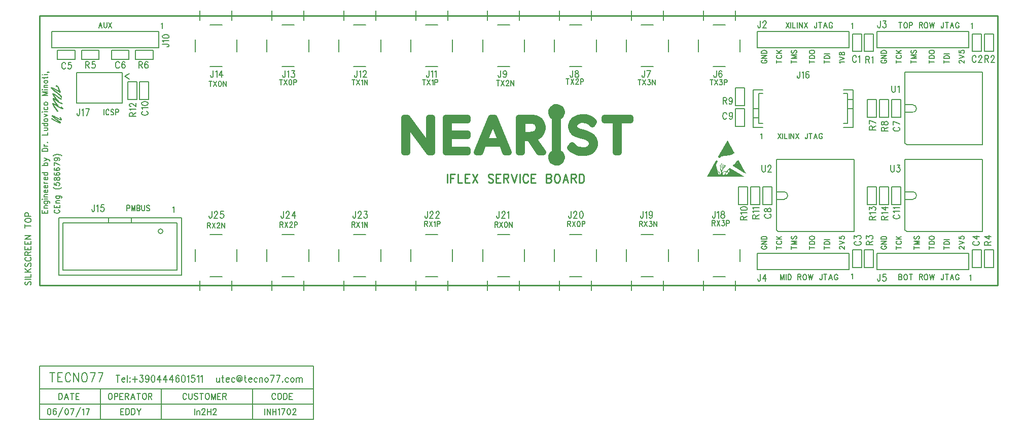
<source format=gbr>
%FSLAX35Y35*%
%MOIN*%
%SFA1.000B1.000*%

G04 Copyright (c) 2015-2018 in2H2 inc.
G04 System developed for in2H2 inc. by Intermotion Technology, Inc.
G04 
G04 Full system RTL, C sources and board design files available at https://github.com/nearist
G04 
G04 in2H2 inc. Team Members:
G04 - Chris McCormick - Algorithm Research and Design
G04 - Matt McCormick - Board Production, System Q/A
G04 
G04 Intermotion Technology Inc. Team Members:
G04 - Mick Fandrich - Project Lead
G04 - Dr. Ludovico Minati - Board Architecture and Design, FPGA Technology Advisor
G04 - Vardan Movsisyan - RTL Team Lead
G04 - Khachatur Gyozalyan - RTL Design
G04 - Tigran Papazyan - RTL Design
G04 - Taron Harutyunyan - RTL Design
G04 - Hayk Ghaltaghchyan - System Software
G04 
G04 Tecno77 S.r.l. Team Members:
G04 - Stefano Aldrigo, Board Layout Design
G04 
G04 We dedicate this project to the memory of Bruce McCormick, an AI pioneer
G04 and advocate, a good friend and father.
G04 
G04 These materials are provided free of charge: you can redistribute them and/or modify  
G04 them under the terms of the GNU General Public License as published by  
G04 the Free Software Foundation, version 3.
G04 
G04 These materials are distributed in the hope that they will be useful, but 
G04 WITHOUT ANY WARRANTY; without even the implied warranty of 
G04 MERCHANTABILITY or FITNESS FOR A PARTICULAR PURPOSE. See the GNU 
G04 General Public License for more details.
G04 In particular, this design should be treated as UNVERIFIED and UNCERTIFIED
G04 
G04 You should have received a copy of the GNU General Public License 
G04 along with this design. If not, see <http://www.gnu.org/licenses/>.

%FSLAX35Y35*%
%MOIN*%
%SFA1.000B1.000*%

%MIA0B0*%
%IPPOS*%
%ADD11C,0.00800*%
%ADD21C,0.00984*%
%ADD25C,0.00700*%
%ADD26C,0.01000*%
%ADD34C,0.00600*%
%ADD35C,0.00591*%
%ADD36C,0.00591*%
%ADD37C,0.00400*%
%ADD38C,0.03000*%
%ADD39C,0.00300*%
%ADD40C,0.00200*%
%ADD41C,0.00551*%
%ADD42C,0.03937*%
%LNsilkscreentop.g*%
%LPD*%
G54D11*X640402Y265249D02*G01Y253649D01*X634402*Y265249*X640402*X165898Y222153D02*G01Y233753D01*X171898*Y222153*X165898*X665992Y164855D02*G01Y153255D01*X659992*Y164855*X665992*X719142Y265249D02*G01Y253649D01*X713142*Y265249*X719142*X634402Y111917D02*G01Y123517D01*X640402*Y111917*X634402*X713142D02*G01Y123517D01*X719142*Y111917*X713142*X123517Y248575D02*G01X111917D01*Y254575*X123517*Y248575*X158950D02*G01X147350D01*Y254575*X158950*Y248575*X665992Y221942D02*G01Y210342D01*X659992*Y221942*X665992*X581346Y164855D02*G01Y153255D01*X575346*Y164855*X581346*X563630Y216036D02*G01Y204436D01*X557630*Y216036*X563630*X108057Y266667D02*G01Y256167D01*X178557*Y266667*X108057*X181150Y135591D02*G75*G03X181150Y135591I-1500D01*X190650Y141091D02*G01Y110091D01*X115650*Y141091*X190650*X193400Y106841D02*G01Y144341D01*X112900*Y106841*X193400*X145650Y144091D02*G01Y141091D01*X160650D02*G01Y144091D01*X572737Y210236D02*G01X569193D01*X572737Y216142D02*G01X569193D01*X575375Y206299D02*G01X572737D01*Y225985*X575394Y203740D02*G01X569193D01*Y228544*X572737Y225985D02*G01X575394D01*X569193Y228544D02*G01X575394D01*X631201Y222048D02*G01X634745D01*X631201Y216142D02*G01X634745D01*X628563Y206299D02*G01X631201D01*Y225985*X628544Y203740D02*G01X634745D01*Y228544*X631201Y225985D02*G01X628544D01*X634745Y228544D02*G01X628544D01*X124370Y239921D02*G01Y219921D01*X154370*Y239921*X124370*X571719Y266667D02*G01Y256167D01*X632219*Y266667*X571719*X650459D02*G01Y256167D01*X710959*Y266667*X650459*X571719Y120998D02*G01Y110498D01*X632219*Y120998*X571719*X650459D02*G01Y110498D01*X710959*Y120998*X650459*X642276Y253649D02*G01Y265249D01*X648276*Y253649*X642276*X559598Y153255D02*G01Y164855D01*X565598*Y153255*X559598*X573472Y164855D02*G01Y153255D01*X567472*Y164855*X573472*X164024Y233753D02*G01Y222153D01*X158024*Y233753*X164024*X644244Y153255D02*G01Y164855D01*X650244*Y153255*X644244*X658118Y164855D02*G01Y153255D01*X652118*Y164855*X658118*X721016Y253649D02*G01Y265249D01*X727016*Y253649*X721016*X648276Y123517D02*G01Y111917D01*X642276*Y123517*X648276*X727016D02*G01Y111917D01*X721016*Y123517*X727016*X139265Y248575D02*G01X127665D01*Y254575*X139265*Y248575*X174698D02*G01X163098D01*Y254575*X174698*Y248575*X644244Y210342D02*G01Y221942D01*X650244*Y210342*X644244*X658118Y221942D02*G01Y210342D01*X652118*Y221942*X658118*X563630Y229816D02*G01Y218216D01*X557630*Y229816*X563630*X668988Y193542D02*G01Y239942D01*X719988*Y192442*X670088*X668988Y193542*Y213642D02*G01X673988D01*Y213642D02*G03X673988Y218642J2500D01*Y218642D02*G01X668988D01*X584343Y136455D02*G01Y182855D01*X635343*Y135355*X585443*X584343Y136455*Y156555D02*G01X589343D01*Y156555D02*G03X589343Y161555J2500D01*Y161555D02*G01X584343D01*X668988Y136455D02*G01Y182855D01*X719988*Y135355*X670088*X668988Y136455*Y156555D02*G01X673988D01*Y156555D02*G03X673988Y161555J2500D01*Y161555D02*G01X668988D01*X347374Y273980D02*G01Y280480D01*X368374Y273980D02*G01Y280480D01*X344094Y261480D02*G01Y253480D01*X371654Y261480D02*G01Y253480D01*X353874Y243701D02*G01X361874D01*X353874Y271260D02*G01X361874D01*X300130Y273980D02*G01Y280480D01*X321130Y273980D02*G01Y280480D01*X296850Y261480D02*G01Y253480D01*X324409Y261480D02*G01Y253480D01*X306630Y243701D02*G01X314630D01*X306630Y271260D02*G01X314630D01*X252886Y273980D02*G01Y280480D01*X273886Y273980D02*G01Y280480D01*X249606Y261480D02*G01Y253480D01*X277165Y261480D02*G01Y253480D01*X259386Y243701D02*G01X267386D01*X259386Y271260D02*G01X267386D01*X205642Y273980D02*G01Y280480D01*X226642Y273980D02*G01Y280480D01*X202362Y261480D02*G01Y253480D01*X229921Y261480D02*G01Y253480D01*X212142Y243701D02*G01X220142D01*X212142Y271260D02*G01X220142D01*X536350Y273980D02*G01Y280480D01*X557350Y273980D02*G01Y280480D01*X533071Y261480D02*G01Y253480D01*X560630Y261480D02*G01Y253480D01*X542850Y243701D02*G01X550850D01*X542850Y271260D02*G01X550850D01*X489106Y273980D02*G01Y280480D01*X510106Y273980D02*G01Y280480D01*X485827Y261480D02*G01Y253480D01*X513386Y261480D02*G01Y253480D01*X495606Y243701D02*G01X503606D01*X495606Y271260D02*G01X503606D01*X441862Y273980D02*G01Y280480D01*X462862Y273980D02*G01Y280480D01*X438583Y261480D02*G01Y253480D01*X466142Y261480D02*G01Y253480D01*X448362Y243701D02*G01X456362D01*X448362Y271260D02*G01X456362D01*X394618Y273980D02*G01Y280480D01*X415618Y273980D02*G01Y280480D01*X391339Y261480D02*G01Y253480D01*X418898Y261480D02*G01Y253480D01*X401118Y243701D02*G01X409118D01*X401118Y271260D02*G01X409118D01*X557350Y103185D02*G01Y96685D01*X536350Y103185D02*G01Y96685D01*X560630Y115685D02*G01Y123685D01*X533071Y115685D02*G01Y123685D01*X550850Y133465D02*G01X542850D01*X550850Y105906D02*G01X542850D01*X510106Y103185D02*G01Y96685D01*X489106Y103185D02*G01Y96685D01*X513386Y115685D02*G01Y123685D01*X485827Y115685D02*G01Y123685D01*X503606Y133465D02*G01X495606D01*X503606Y105906D02*G01X495606D01*X462862Y103185D02*G01Y96685D01*X441862Y103185D02*G01Y96685D01*X466142Y115685D02*G01Y123685D01*X438583Y115685D02*G01Y123685D01*X456362Y133465D02*G01X448362D01*X456362Y105906D02*G01X448362D01*X415618Y103185D02*G01Y96685D01*X394618Y103185D02*G01Y96685D01*X418898Y115685D02*G01Y123685D01*X391339Y115685D02*G01Y123685D01*X409118Y133465D02*G01X401118D01*X409118Y105906D02*G01X401118D01*X368374Y103185D02*G01Y96685D01*X347374Y103185D02*G01Y96685D01*X371654Y115685D02*G01Y123685D01*X344094Y115685D02*G01Y123685D01*X361874Y133465D02*G01X353874D01*X361874Y105906D02*G01X353874D01*X321130Y103185D02*G01Y96685D01*X300130Y103185D02*G01Y96685D01*X324409Y115685D02*G01Y123685D01*X296850Y115685D02*G01Y123685D01*X314630Y133465D02*G01X306630D01*X314630Y105906D02*G01X306630D01*X273886Y103185D02*G01Y96685D01*X252886Y103185D02*G01Y96685D01*X277165Y115685D02*G01Y123685D01*X249606Y115685D02*G01Y123685D01*X267386Y133465D02*G01X259386D01*X267386Y105906D02*G01X259386D01*X226642Y103185D02*G01Y96685D01*X205642Y103185D02*G01Y96685D01*X229921Y115685D02*G01Y123685D01*X202362Y115685D02*G01Y123685D01*X220142Y133465D02*G01X212142D01*X220142Y105906D02*G01X212142D01*X636914Y249911D02*G01X636743Y250330D01*X636402Y250749*X636061Y250958*X635379*X635039Y250749*X634698Y250330*X634527Y249911*X634357Y249283*Y248236*X634527Y247608*X634698Y247190*X635039Y246771*X635379Y246561*X636061*X636402Y246771*X636743Y247190*X636914Y247608*X638448Y250121D02*G01X638789Y250330D01*X639300Y250958*Y246561*X168165Y214326D02*G01X167746Y214155D01*X167327Y213814*X167118Y213474*Y212792*X167327Y212451*X167746Y212110*X168165Y211939*X168793Y211769*X169840*X170468Y211939*X170887Y212110*X171305Y212451*X171515Y212792*Y213474*X171305Y213814*X170887Y214155*X170468Y214326*X167955Y215860D02*G01X167746Y216201D01*X167118Y216712*X171515*X167118Y219269D02*G01X167327Y218758D01*X167955Y218417*X169002Y218246*X169630*X170677Y218417*X171305Y218758*X171515Y219269*Y219610*X171305Y220121*X170677Y220462*X169630Y220633*X169002*X167955Y220462*X167327Y220121*X167118Y219610*Y219269*X662259Y146379D02*G01X661841Y146209D01*X661422Y145868*X661212Y145527*Y144845*X661422Y144504*X661841Y144164*X662259Y143993*X662887Y143823*X663934*X664562Y143993*X664981Y144164*X665400Y144504*X665609Y144845*Y145527*X665400Y145868*X664981Y146209*X664562Y146379*X662050Y147914D02*G01X661841Y148254D01*X661212Y148766*X665609*X662050Y150300D02*G01X661841Y150641D01*X661212Y151152*X665609*X715654Y249911D02*G01X715483Y250330D01*X715142Y250749*X714801Y250958*X714120*X713779Y250749*X713438Y250330*X713267Y249911*X713097Y249283*Y248236*X713267Y247608*X713438Y247190*X713779Y246771*X714120Y246561*X714801*X715142Y246771*X715483Y247190*X715654Y247608*X717358Y249911D02*G01Y250121D01*X717529Y250540*X717699Y250749*X718040Y250958*X718722*X719063Y250749*X719233Y250540*X719404Y250121*Y249702*X719233Y249283*X718892Y248655*X717188Y246561*X719574*X636669Y128905D02*G01X636250Y128734D01*X635831Y128393*X635622Y128053*Y127371*X635831Y127030*X636250Y126689*X636669Y126518*X637297Y126348*X638344*X638972Y126518*X639391Y126689*X639809Y127030*X640019Y127371*Y128053*X639809Y128393*X639391Y128734*X638972Y128905*X635622Y130780D02*G01Y132655D01*X637297Y131632*Y132143*X637506Y132484*X637716Y132655*X638344Y132825*X638763*X639391Y132655*X639809Y132314*X640019Y131803*Y131291*X639809Y130780*X639600Y130609*X639181Y130439*X714425Y128820D02*G01X714006Y128649D01*X713587Y128308*X713378Y127967*Y127286*X713587Y126945*X714006Y126604*X714425Y126433*X715053Y126263*X716100*X716728Y126433*X717147Y126604*X717565Y126945*X717775Y127286*Y127967*X717565Y128308*X717147Y128649*X716728Y128820*X713378Y132058D02*G01X716309Y130354D01*Y132911*X713378Y132058D02*G01X717775D01*X117228Y245482D02*G01X117058Y245901D01*X116717Y246320*X116376Y246529*X115694*X115353Y246320*X115013Y245901*X114842Y245482*X114672Y244854*Y243807*X114842Y243179*X115013Y242760*X115353Y242342*X115694Y242132*X116376*X116717Y242342*X117058Y242760*X117228Y243179*X120978Y246529D02*G01X119274D01*X119103Y244645*X119274Y244854*X119785Y245064*X120297*X120808Y244854*X121149Y244435*X121319Y243807*X121149Y243389*X120978Y242760*X120638Y242342*X120126Y242132*X119615*X119103Y242342*X118933Y242551*X118763Y242970*X152662Y245974D02*G01X152491Y246393D01*X152150Y246812*X151809Y247021*X151127*X150787Y246812*X150446Y246393*X150275Y245974*X150105Y245346*Y244299*X150275Y243671*X150446Y243253*X150787Y242834*X151127Y242624*X151809*X152150Y242834*X152491Y243253*X152662Y243671*X156241Y246393D02*G01X156071Y246812D01*X155559Y247021*X155218*X154707Y246812*X154366Y246184*X154196Y245137*Y244090*X154366Y243253*X154707Y242834*X155218Y242624*X155389*X155900Y242834*X156241Y243253*X156412Y243881*Y244090*X156241Y244718*X155900Y245137*X155389Y245346*X155218*X154707Y245137*X154366Y244718*X154196Y244090*X662259Y203892D02*G01X661841Y203722D01*X661422Y203381*X661212Y203040*Y202358*X661422Y202017*X661841Y201676*X662259Y201506*X662887Y201335*X663934*X664562Y201506*X664981Y201676*X665400Y202017*X665609Y202358*Y203040*X665400Y203381*X664981Y203722*X664562Y203892*X661212Y207813D02*G01X665609Y206108D01*X661212Y205426D02*G01Y207813D01*X577614Y146806D02*G01X577195Y146635D01*X576776Y146294*X576567Y145953*Y145272*X576776Y144931*X577195Y144590*X577614Y144419*X578242Y144249*X579289*X579917Y144419*X580336Y144590*X580754Y144931*X580964Y145272*Y145953*X580754Y146294*X580336Y146635*X579917Y146806*X576567Y149192D02*G01X576776Y148681D01*X577195Y148510*X577614*X578032Y148681*X578242Y149022*X578451Y149703*X578661Y150215*X579079Y150556*X579498Y150726*X580126*X580545Y150556*X580754Y150385*X580964Y149874*Y149192*X580754Y148681*X580545Y148510*X580126Y148340*X579498*X579079Y148510*X578661Y148851*X578451Y149362*X578242Y150044*X578032Y150385*X577614Y150556*X577195*X576776Y150385*X576567Y149874*Y149192*X551818Y212538D02*G01X551648Y212956D01*X551307Y213375*X550966Y213584*X550284*X549943Y213375*X549602Y212956*X549432Y212538*X549262Y211909*Y210863*X549432Y210234*X549602Y209816*X549943Y209397*X550284Y209188*X550966*X551307Y209397*X551648Y209816*X551818Y210234*X555568Y212119D02*G01X555398Y211491D01*X555057Y211072*X554546Y210863*X554375*X553864Y211072*X553523Y211491*X553352Y212119*Y212328*X553523Y212956*X553864Y213375*X554375Y213584*X554546*X555057Y213375*X555398Y212956*X555568Y212119*Y211072*X555398Y210025*X555057Y209397*X554546Y209188*X554205*X553693Y209397*X553523Y209816*X180897Y258375D02*G01X184247D01*X184876Y258205*X185085Y258034*X185294Y257693*Y257353*X185085Y257012*X184876Y256841*X184247Y256671*X183829*X181735Y259909D02*G01X181526Y260250D01*X180897Y260762*X185294*X180897Y263318D02*G01X181107Y262807D01*X181735Y262466*X182782Y262296*X183410*X184457Y262466*X185085Y262807*X185294Y263318*Y263659*X185085Y264171*X184457Y264512*X183410Y264682*X182782*X181735Y264512*X181107Y264171*X180897Y263659*Y263318*X136243Y152961D02*G01Y149611D01*X136072Y148983*X135902Y148773*X135561Y148564*X135220*X134879Y148773*X134709Y148983*X134538Y149611*Y150030*X137777Y152123D02*G01X138118Y152333D01*X138629Y152961*Y148564*X142379Y152961D02*G01X140675D01*X140504Y151076*X140675Y151286*X141186Y151495*X141697*X142209Y151286*X142550Y150867*X142720Y150239*X142550Y149820*X142379Y149192*X142038Y148773*X141527Y148564*X141016*X140504Y148773*X140334Y148983*X140163Y149401*X599812Y240559D02*G01Y237209D01*X599642Y236581*X599471Y236372*X599130Y236163*X598789*X598449Y236372*X598278Y236581*X598108Y237209*Y237628*X601346Y239722D02*G01X601687Y239931D01*X602199Y240559*Y236163*X605778Y239931D02*G01X605608Y240350D01*X605096Y240559*X604755*X604244Y240350*X603903Y239722*X603733Y238675*Y237628*X603903Y236791*X604244Y236372*X604755Y236163*X604926*X605437Y236372*X605778Y236791*X605949Y237419*Y237628*X605778Y238256*X605437Y238675*X604926Y238884*X604755*X604244Y238675*X603903Y238256*X603733Y237628*X126486Y215953D02*G01Y212603D01*X126315Y211975*X126145Y211765*X125804Y211556*X125463*X125122Y211765*X124951Y211975*X124781Y212603*Y213022*X128020Y215115D02*G01X128361Y215325D01*X128872Y215953*Y211556*X132792Y215953D02*G01X131088Y211556D01*X130406Y215953D02*G01X132792D01*X573945Y273624D02*G01Y270274D01*X573774Y269646*X573604Y269436*X573263Y269227*X572922*X572581Y269436*X572411Y269646*X572240Y270274*Y270693*X575649Y272577D02*G01Y272786D01*X575820Y273205*X575990Y273414*X576331Y273624*X577013*X577354Y273414*X577524Y273205*X577695Y272786*Y272368*X577524Y271949*X577183Y271321*X575479Y269227*X577865*X652685Y273624D02*G01Y270274D01*X652515Y269646*X652344Y269436*X652003Y269227*X651662*X651321Y269436*X651151Y269646*X650980Y270274*Y270693*X654560Y273624D02*G01X656435D01*X655412Y271949*X655924*X656265Y271739*X656435Y271530*X656605Y270902*Y270483*X656435Y269855*X656094Y269436*X655583Y269227*X655071*X654560Y269436*X654390Y269646*X654219Y270064*X573860Y107285D02*G01Y103935D01*X573689Y103307*X573519Y103098*X573178Y102888*X572837*X572496Y103098*X572326Y103307*X572155Y103935*Y104354*X577098Y107285D02*G01X575394Y104354D01*X577951*X577098Y107285D02*G01Y102888D01*X652600Y107285D02*G01Y103935D01*X652429Y103307*X652259Y103098*X651918Y102888*X651577*X651236Y103098*X651066Y103307*X650895Y103935*Y104354*X656350Y107285D02*G01X654645D01*X654475Y105401*X654645Y105610*X655157Y105820*X655668*X656179Y105610*X656520Y105191*X656691Y104563*X656520Y104145*X656350Y103516*X656009Y103098*X655497Y102888*X654986*X654475Y103098*X654304Y103307*X654134Y103726*X643215Y250466D02*G01Y246069D01*Y250466D02*G01X644749D01*X645260Y250257*X645431Y250047*X645601Y249629*Y249210*X645431Y248791*X645260Y248582*X644749Y248372*X643215*X644408D02*G01X645601Y246069D01*X647135Y249629D02*G01X647476Y249838D01*X647988Y250466*Y246069*X560819Y142957D02*G01X565216D01*X560819D02*G01Y144491D01*X561028Y145002*X561237Y145173*X561656Y145343*X562075*X562494Y145173*X562703Y145002*X562912Y144491*Y142957*Y144150D02*G01X565216Y145343D01*X561656Y146877D02*G01X561447Y147218D01*X560819Y147729*X565216*X560819Y150286D02*G01X561028Y149775D01*X561656Y149434*X562703Y149263*X563331*X564378Y149434*X565006Y149775*X565216Y150286*Y150627*X565006Y151138*X564378Y151479*X563331Y151650*X562703*X561656Y151479*X561028Y151138*X560819Y150627*Y150286*X568693Y143908D02*G01X573090D01*X568693D02*G01Y145442D01*X568902Y145953*X569112Y146124*X569530Y146294*X569949*X570368Y146124*X570577Y145953*X570787Y145442*Y143908*Y145101D02*G01X573090Y146294D01*X569530Y147828D02*G01X569321Y148169D01*X568693Y148681*X573090*X569530Y150215D02*G01X569321Y150556D01*X568693Y151067*X573090*X159244Y211054D02*G01X163641D01*X159244D02*G01Y212588D01*X159453Y213100*X159663Y213270*X160081Y213441*X160500*X160919Y213270*X161128Y213100*X161338Y212588*Y211054*Y212247D02*G01X163641Y213441D01*X160081Y214975D02*G01X159872Y215316D01*X159244Y215827*X163641*X160291Y217532D02*G01X160081D01*X159663Y217702*X159453Y217872*X159244Y218213*Y218895*X159453Y219236*X159663Y219407*X160081Y219577*X160500*X160919Y219407*X161547Y219066*X163641Y217361*Y219747*X645464Y142957D02*G01X649861D01*X645464D02*G01Y144491D01*X645674Y145002*X645883Y145173*X646302Y145343*X646721*X647139Y145173*X647349Y145002*X647558Y144491*Y142957*Y144150D02*G01X649861Y145343D01*X646302Y146877D02*G01X646093Y147218D01*X645464Y147729*X649861*X645464Y149604D02*G01Y151479D01*X647139Y150457*Y150968*X647349Y151309*X647558Y151479*X648186Y151650*X648605*X649233Y151479*X649652Y151138*X649861Y150627*Y150116*X649652Y149604*X649443Y149434*X649024Y149263*X653338Y143056D02*G01X657735D01*X653338D02*G01Y144590D01*X653548Y145101*X653757Y145272*X654176Y145442*X654595*X655013Y145272*X655223Y145101*X655432Y144590*Y143056*Y144249D02*G01X657735Y145442D01*X654176Y146976D02*G01X653967Y147317D01*X653338Y147828*X657735*X653338Y151067D02*G01X656270Y149362D01*Y151919*X653338Y151067D02*G01X657735D01*X721463Y250958D02*G01Y246561D01*Y250958D02*G01X722997D01*X723508Y250749*X723679Y250540*X723849Y250121*Y249702*X723679Y249283*X723508Y249074*X722997Y248865*X721463*X722656D02*G01X723849Y246561D01*X725554Y249911D02*G01Y250121D01*X725724Y250540*X725895Y250749*X726236Y250958*X726918*X727258Y250749*X727429Y250540*X727599Y250121*Y249702*X727429Y249283*X727088Y248655*X725383Y246561*X727770*X643496Y126617D02*G01X647893D01*X643496D02*G01Y128152D01*X643705Y128663*X643915Y128833*X644333Y129004*X644752*X645171Y128833*X645380Y128663*X645590Y128152*Y126617*Y127811D02*G01X647893Y129004D01*X643496Y130879D02*G01Y132754D01*X645171Y131731*Y132242*X645380Y132583*X645590Y132754*X646218Y132924*X646637*X647265Y132754*X647683Y132413*X647893Y131902*Y131390*X647683Y130879*X647474Y130708*X647055Y130538*X721252Y126532D02*G01X725649D01*X721252D02*G01Y128066D01*X721461Y128578*X721671Y128748*X722089Y128919*X722508*X722927Y128748*X723136Y128578*X723346Y128066*Y126532*Y127725D02*G01X725649Y128919D01*X721252Y132157D02*G01X724183Y130453D01*Y133010*X721252Y132157D02*G01X725649D01*X130420Y247021D02*G01Y242624D01*Y247021D02*G01X131954D01*X132465Y246812*X132636Y246603*X132806Y246184*Y245765*X132636Y245346*X132465Y245137*X131954Y244928*X130420*X131613D02*G01X132806Y242624D01*X136556Y247021D02*G01X134852D01*X134681Y245137*X134852Y245346*X135363Y245556*X135874*X136386Y245346*X136727Y244928*X136897Y244299*X136727Y243881*X136556Y243253*X136215Y242834*X135704Y242624*X135192*X134681Y242834*X134511Y243043*X134340Y243462*X165361Y247021D02*G01Y242624D01*Y247021D02*G01X166895D01*X167406Y246812*X167577Y246603*X167747Y246184*Y245765*X167577Y245346*X167406Y245137*X166895Y244928*X165361*X166554D02*G01X167747Y242624D01*X171327Y246393D02*G01X171156Y246812D01*X170645Y247021*X170304*X169792Y246812*X169452Y246184*X169281Y245137*Y244090*X169452Y243253*X169792Y242834*X170304Y242624*X170474*X170986Y242834*X171327Y243253*X171497Y243881*Y244090*X171327Y244718*X170986Y245137*X170474Y245346*X170304*X169792Y245137*X169452Y244718*X169281Y244090*X645464Y202221D02*G01X649861D01*X645464D02*G01Y203755D01*X645674Y204266*X645883Y204437*X646302Y204607*X646721*X647139Y204437*X647349Y204266*X647558Y203755*Y202221*Y203414D02*G01X649861Y204607D01*X645464Y208527D02*G01X649861Y206823D01*X645464Y206141D02*G01Y208527D01*X653338Y201421D02*G01X657735D01*X653338D02*G01Y202955D01*X653548Y203466*X653757Y203637*X654176Y203807*X654595*X655013Y203637*X655223Y203466*X655432Y202955*Y201421*Y202614D02*G01X657735Y203807D01*X653338Y206193D02*G01X653548Y205682D01*X653967Y205512*X654385*X654804Y205682*X655013Y206023*X655223Y206705*X655432Y207216*X655851Y207557*X656270Y207727*X656898*X657317Y207557*X657526Y207387*X657735Y206875*Y206193*X657526Y205682*X657317Y205512*X656898Y205341*X656270*X655851Y205512*X655432Y205852*X655223Y206364*X655013Y207046*X654804Y207387*X654385Y207557*X653967*X653548Y207387*X653338Y206875*Y206193*X549347Y223427D02*G01Y219030D01*Y223427D02*G01X550881D01*X551392Y223218*X551563Y223008*X551733Y222589*Y222171*X551563Y221752*X551392Y221543*X550881Y221333*X549347*X550540D02*G01X551733Y219030D01*X555483Y221961D02*G01X555313Y221333D01*X554972Y220914*X554460Y220705*X554290*X553779Y220914*X553438Y221333*X553267Y221961*Y222171*X553438Y222799*X553779Y223218*X554290Y223427*X554460*X554972Y223218*X555313Y222799*X555483Y221961*Y220914*X555313Y219868*X554972Y219239*X554460Y219030*X554120*X553608Y219239*X553438Y219658*X660265Y231117D02*G01Y227976D01*X660435Y227348*X660776Y226929*X661288Y226720*X661628*X662140Y226929*X662481Y227348*X662651Y227976*Y231117*X664185Y230279D02*G01X664526Y230489D01*X665038Y231117*Y226720*X574852Y178951D02*G01Y175811D01*X575023Y175183*X575364Y174764*X575875Y174554*X576216*X576727Y174764*X577068Y175183*X577239Y175811*Y178951*X578943Y177904D02*G01Y178114D01*X579114Y178533*X579284Y178742*X579625Y178951*X580307*X580648Y178742*X580818Y178533*X580989Y178114*Y177695*X580818Y177276*X580477Y176648*X578773Y174554*X581159*X659498Y178951D02*G01Y175811D01*X659668Y175183*X660009Y174764*X660521Y174554*X660861*X661373Y174764*X661714Y175183*X661884Y175811*Y178951*X663759D02*G01X665634D01*X664611Y177276*X665123*X665464Y177067*X665634Y176858*X665805Y176229*Y175811*X665634Y175183*X665293Y174764*X664782Y174554*X664271*X663759Y174764*X663589Y174973*X663418Y175392*X356042Y241116D02*G01Y237766D01*X355871Y237138*X355701Y236928*X355360Y236719*X355019*X354678Y236928*X354507Y237138*X354337Y237766*Y238185*X357576Y240278D02*G01X357917Y240488D01*X358428Y241116*Y236719*X359962Y240278D02*G01X360303Y240488D01*X360814Y241116*Y236719*X308797Y241116D02*G01Y237766D01*X308627Y237138*X308457Y236928*X308116Y236719*X307775*X307434Y236928*X307263Y237138*X307093Y237766*Y238185*X310332Y240278D02*G01X310672Y240488D01*X311184Y241116*Y236719*X312888Y240069D02*G01Y240278D01*X313059Y240697*X313229Y240906*X313570Y241116*X314252*X314593Y240906*X314763Y240697*X314934Y240278*Y239860*X314763Y239441*X314422Y238813*X312718Y236719*X315104*X261553Y241116D02*G01Y237766D01*X261383Y237138*X261212Y236928*X260872Y236719*X260531*X260190Y236928*X260019Y237138*X259849Y237766*Y238185*X263087Y240278D02*G01X263428Y240488D01*X263940Y241116*Y236719*X265815Y241116D02*G01X267690D01*X266667Y239441*X267178*X267519Y239231*X267690Y239022*X267860Y238394*Y237975*X267690Y237347*X267349Y236928*X266837Y236719*X266326*X265815Y236928*X265644Y237138*X265474Y237556*X214309Y241116D02*G01Y237766D01*X214139Y237138*X213968Y236928*X213627Y236719*X213287*X212946Y236928*X212775Y237138*X212605Y237766*Y238185*X215843Y240278D02*G01X216184Y240488D01*X216696Y241116*Y236719*X219934Y241116D02*G01X218230Y238185D01*X220787*X219934Y241116D02*G01Y236719D01*X545018Y241116D02*G01Y237766D01*X544847Y237138*X544677Y236928*X544336Y236719*X543995*X543654Y236928*X543484Y237138*X543313Y237766*Y238185*X548597Y240488D02*G01X548427Y240906D01*X547916Y241116*X547575*X547063Y240906*X546722Y240278*X546552Y239231*Y238185*X546722Y237347*X547063Y236928*X547575Y236719*X547745*X548257Y236928*X548597Y237347*X548768Y237975*Y238185*X548597Y238813*X548257Y239231*X547745Y239441*X547575*X547063Y239231*X546722Y238813*X546552Y238185*X497774Y241116D02*G01Y237766D01*X497603Y237138*X497433Y236928*X497092Y236719*X496751*X496410Y236928*X496240Y237138*X496069Y237766*Y238185*X501694Y241116D02*G01X499990Y236719D01*X499308Y241116D02*G01X501694D01*X450530D02*G01Y237766D01*X450359Y237138*X450189Y236928*X449848Y236719*X449507*X449166Y236928*X448996Y237138*X448825Y237766*Y238185*X452916Y241116D02*G01X452405Y240906D01*X452234Y240488*Y240069*X452405Y239650*X452746Y239441*X453427Y239231*X453939Y239022*X454280Y238603*X454450Y238185*Y237556*X454280Y237138*X454109Y236928*X453598Y236719*X452916*X452405Y236928*X452234Y237138*X452064Y237556*Y238185*X452234Y238603*X452575Y239022*X453087Y239231*X453768Y239441*X454109Y239650*X454280Y240069*Y240488*X454109Y240906*X453598Y241116*X452916*X403286D02*G01Y237766D01*X403115Y237138*X402945Y236928*X402604Y236719*X402263*X401922Y236928*X401752Y237138*X401581Y237766*Y238185*X407036Y239650D02*G01X406865Y239022D01*X406524Y238603*X406013Y238394*X405842*X405331Y238603*X404990Y239022*X404820Y239650*Y239860*X404990Y240488*X405331Y240906*X405842Y241116*X406013*X406524Y240906*X406865Y240488*X407036Y239650*Y238603*X406865Y237556*X406524Y236928*X406013Y236719*X405672*X405161Y236928*X404990Y237347*X544034Y148596D02*G01Y145246D01*X543863Y144618*X543693Y144409*X543352Y144199*X543011*X542670Y144409*X542500Y144618*X542329Y145246*Y145665*X545568Y147759D02*G01X545909Y147968D01*X546420Y148596*Y144199*X548806Y148596D02*G01X548295Y148387D01*X548125Y147968*Y147549*X548295Y147130*X548636Y146921*X549318Y146712*X549829Y146502*X550170Y146084*X550340Y145665*Y145665D02*G01Y145037D01*Y145037D02*G01X550170Y144618D01*X550000Y144409*X549488Y144199*X548806*X548295Y144409*X548125Y144618*X547954Y145037*Y145665*X548125Y146084*X548465Y146502*Y146502D02*G01X548977Y146712D01*X549659Y146921*X550000Y147130*X550170Y147549*Y147968*X550000Y148387*X549488Y148596*X548806*X496790D02*G01Y145246D01*X496619Y144618*X496449Y144409*X496108Y144199*X495767*X495426Y144409*X495255Y144618*X495085Y145246*Y145665*X498324Y147759D02*G01X498665Y147968D01*X499176Y148596*Y144199*X502926Y147130D02*G01X502755Y146502D01*X502415Y146084*X501903Y145874*X501733*X501221Y146084*X500880Y146502*X500710Y147130*Y147340*X500880Y147968*X501221Y148387*X501733Y148596*X501903*X502415Y148387*X502755Y147968*X502926Y147130*Y146084*X502755Y145037*X502415Y144409*X501903Y144199*X501562*X501051Y144409*X500880Y144827*X449545Y148596D02*G01Y145246D01*X449375Y144618*X449205Y144409*X448864Y144199*X448523*X448182Y144409*X448011Y144618*X447841Y145246*Y145665*X451250Y147549D02*G01Y147759D01*X451420Y148177*X451591Y148387*X451932Y148596*X452614*X452955Y148387*X453125Y148177*X453295Y147759*Y147340*X453125Y146921*X452784Y146293*X451080Y144199*X453466*X456023Y148596D02*G01X455511Y148387D01*X455170Y147759*X455000Y146712*Y146084*X455170Y145037*X455511Y144409*X456023Y144199*X456364*X456875Y144409*X457216Y145037*X457386Y146084*Y146712*X457216Y147759*X456875Y148387*X456364Y148596*X456023*X402301D02*G01Y145246D01*X402131Y144618*X401960Y144409*X401620Y144199*X401279*X400938Y144409*X400767Y144618*X400597Y145246*Y145665*X404006Y147549D02*G01Y147759D01*X404176Y148177*X404347Y148387*X404688Y148596*X405370*X405710Y148387*X405881Y148177*X406051Y147759*Y147340*X405881Y146921*X405540Y146293*X403835Y144199*X406222*X407756Y147759D02*G01X408097Y147968D01*X408608Y148596*Y144199*X355057Y148596D02*G01Y145246D01*X354887Y144618*X354716Y144409*X354375Y144199*X354035*X353694Y144409*X353523Y144618*X353353Y145246*Y145665*X356762Y147549D02*G01Y147759D01*X356932Y148177*X357103Y148387*X357444Y148596*X358125*X358466Y148387*X358637Y148177*X358807Y147759*Y147340*X358637Y146921*X358296Y146293*X356591Y144199*X358978*X360682Y147549D02*G01Y147759D01*X360853Y148177*X361023Y148387*X361364Y148596*X362046*X362387Y148387*X362557Y148177*X362728Y147759*Y147340*X362557Y146921*X362216Y146293*X360512Y144199*X362898*X307813Y148596D02*G01Y145246D01*X307643Y144618*X307472Y144409*X307131Y144199*X306790*X306450Y144409*X306279Y144618*X306109Y145246*Y145665*X309518Y147549D02*G01Y147759D01*X309688Y148177*X309859Y148387*X310200Y148596*X310881*X311222Y148387*X311393Y148177*X311563Y147759*Y147340*X311393Y146921*X311052Y146293*X309347Y144199*X311734*X313609Y148596D02*G01X315484D01*X314461Y146921*X314972*X315313Y146712*X315484Y146502*X315654Y145874*Y145455*X315484Y144827*X315143Y144409*X314631Y144199*X314120*X313609Y144409*X313438Y144618*X313268Y145037*X260569Y148596D02*G01Y145246D01*X260399Y144618*X260228Y144409*X259887Y144199*X259546*X259205Y144409*X259035Y144618*X258865Y145246*Y145665*X262274Y147549D02*G01Y147759D01*X262444Y148177*X262615Y148387*X262955Y148596*X263637*X263978Y148387*X264149Y148177*X264319Y147759*Y147340*X264149Y146921*X263808Y146293*X262103Y144199*X264490*X267728Y148596D02*G01X266024Y145665D01*X268580*X267728Y148596D02*G01Y144199D01*X213325Y148596D02*G01Y145246D01*X213155Y144618*X212984Y144409*X212643Y144199*X212302*X211961Y144409*X211791Y144618*X211620Y145246*Y145665*X215030Y147549D02*G01Y147759D01*X215200Y148177*X215370Y148387*X215711Y148596*X216393*X216734Y148387*X216905Y148177*X217075Y147759*Y147340*X216905Y146921*X216564Y146293*X214859Y144199*X217245*X220995Y148596D02*G01X219291D01*X219120Y146712*X219291Y146921*X219802Y147130*X220314*X220825Y146921*X221166Y146502*X221336Y145874*X221166Y145455*X220995Y144827*X220655Y144409*X220143Y144199*X219632*X219120Y144409*X218950Y144618*X218780Y145037*X159035Y238947D02*G01X156307Y237272D01*X159035Y235387*X140000Y32224D02*G01Y12224D01*X180000Y32224D02*G01Y12224D01*X240000Y32224D02*G01Y12224D01*X100000Y47224D02*G01X280000D01*Y12224*X100000*Y47224*Y32224D02*G01X280000D01*X100000Y22224D02*G01X280000D01*X108491Y42662D02*G01Y36624D01*X106900Y42662D02*G01X110082D01*X112127D02*G01Y36624D01*Y42662D02*G01X115082D01*X112127Y39787D02*G01X113945D01*X112127Y36624D02*G01X115082D01*X120536Y41224D02*G01X120309Y41799D01*X119855Y42374*X119400Y42662*X118491*X118036Y42374*X117582Y41799*X117355Y41224*X117127Y40362*Y38924*X117355Y38062*X117582Y37487*X118036Y36912*X118491Y36624*X119400*X119855Y36912*X120309Y37487*X120536Y38062*X122582Y42662D02*G01Y36624D01*Y42662D02*G01X125764Y36624D01*Y42662D02*G01Y36624D01*X129173Y42662D02*G01X128718Y42374D01*X128264Y41799*X128036Y41224*X127809Y40362*Y38924*X128036Y38062*X128264Y37487*X128718Y36912*X129173Y36624*X130082*X130536Y36912*X130991Y37487*X131218Y38062*X131445Y38924*Y40362*X131218Y41224*X130991Y41799*X130536Y42374*X130082Y42662*X129173*X136673D02*G01X134400Y36624D01*X133491Y42662D02*G01X136673D01*X141900D02*G01X139627Y36624D01*X138718Y42662D02*G01X141900D01*G54D21*X368209Y173234D02*G01Y167421D01*X370222Y173234D02*G01Y167421D01*Y173234D02*G01X373130D01*X370222Y170466D02*G01X372011D01*X375143Y173234D02*G01Y167421D01*X377827*X379841Y173234D02*G01Y167421D01*Y173234D02*G01X382749D01*X379841Y170466D02*G01X381630D01*X379841Y167421D02*G01X382749D01*X384762Y173234D02*G01X387894Y167421D01*Y173234D02*G01X384762Y167421D01*X398184Y172404D02*G01X397736Y172958D01*X397065Y173234*Y173234D02*G01X396170D01*Y173234D02*G01X395499Y172958D01*X395052Y172404*Y171850*X395276Y171297*X395499Y171020*X395947Y170743*X397289Y170189*X397736Y169913*X397960Y169636*X398184Y169082*Y168252*X397736Y167698*X397065Y167421*X396170*X395499Y167698*X395052Y168252*X400197Y173234D02*G01Y167421D01*Y173234D02*G01X403105D01*X400197Y170466D02*G01X401986D01*X400197Y167421D02*G01X403105D01*X405118Y173234D02*G01Y167421D01*Y173234D02*G01X407131D01*Y173234D02*G01X407802Y172958D01*X408026Y172681*X408250Y172127*Y171574*X408026Y171020*X407802Y170743*X407131Y170466*X405118*X406684D02*G01X408250Y167421D01*X410263Y173234D02*G01X412053Y167421D01*X413842Y173234D02*G01X412053Y167421D01*X415855Y173234D02*G01Y167421D01*X421224Y171850D02*G01X421000Y172404D01*X420553Y172958*X420106Y173234*Y173234D02*G01X419211D01*Y173234D02*G01X418763Y172958D01*X418316Y172404*X418092Y171850*X417869Y171020*Y169636*X418092Y168805*X418316Y168252*X418763Y167698*X419211Y167421*X420106*X420553Y167698*X421000Y168252*X421224Y168805*X423237Y173234D02*G01Y167421D01*Y173234D02*G01X426145D01*X423237Y170466D02*G01X425027D01*X423237Y167421D02*G01X426145D01*X433304Y173234D02*G01Y167421D01*Y173234D02*G01X435317D01*Y173234D02*G01X435988Y172958D01*X436212Y172681*X436435Y172127*Y171574*X436212Y171020*X435988Y170743*X435317Y170466*X433304D02*G01X435317D01*X435988Y170189*X436212Y169913*X436435Y169359*Y168529*X436212Y167975*X435988Y167698*X435317Y167421*X433304*X439791Y173234D02*G01X439343Y172958D01*X438896Y172404*X438672Y171850*X438448Y171020*Y169636*X438672Y168805*X438896Y168252*X439343Y167698*X439791Y167421*X440685*X441133Y167698*X441580Y168252*X441804Y168805*X442028Y169636*Y171020*X441804Y171850*X441580Y172404*X441133Y172958*X440685Y173234*Y173234D02*G01X439791D01*X445830D02*G01X444041Y167421D01*X445830Y173234D02*G01X447620Y167421D01*X444712Y169359D02*G01X446949D01*X449633Y173234D02*G01Y167421D01*Y173234D02*G01X451646D01*Y173234D02*G01X452317Y172958D01*X452541Y172681*X452765Y172127*Y171574*X452541Y171020*X452317Y170743*X451646Y170466*X449633*X451199D02*G01X452765Y167421D01*X454778Y173234D02*G01Y167421D01*Y173234D02*G01X456344D01*Y173234D02*G01X457015Y172958D01*X457462Y172404*X457686Y171850*X457910Y171020*Y169636*X457686Y168805*X457462Y168252*X457015Y167698*X456344Y167421*X454778*X100003Y277165D02*G01X729924D01*Y100000*X100003*Y277165*G54D25*X151543Y41037D02*G01Y36574D01*X150350Y41037D02*G01X152736D01*X154270Y38274D02*G01X156316D01*Y38699*X156145Y39124*X155975Y39337*X155634Y39549*X155123*X154782Y39337*X154441Y38912*X154270Y38274*Y37849*X154441Y37212*X154782Y36787*X155123Y36574*X155634*X155975Y36787*X156316Y37212*X157850Y41037D02*G01Y36574D01*X159555Y39549D02*G01X159384Y39337D01*X159555Y39124*X159725Y39337*X159555Y39549*Y36999D02*G01X159384Y36787D01*X159555Y36574*X159725Y36787*X159555Y36999*X162793Y40399D02*G01Y36574D01*X161259Y38487D02*G01X164327D01*X166202Y41037D02*G01X168077D01*X167055Y39337*X167566*X167907Y39124*X168077Y38912*X168248Y38274*Y37849*X168077Y37212*X167736Y36787*X167225Y36574*X166714*X166202Y36787*X166032Y36999*X165861Y37424*X171998Y39549D02*G01X171827Y38912D01*X171486Y38487*X170975Y38274*X170805*X170293Y38487*X169952Y38912*X169782Y39549*Y39762*X169952Y40399*X170293Y40824*X170805Y41037*X170975*X171486Y40824*X171827Y40399*X171998Y39549*Y38487*X171827Y37424*X171486Y36787*X170975Y36574*X170634*X170123Y36787*X169952Y37212*X174555Y41037D02*G01X174043Y40824D01*X173702Y40187*X173532Y39124*Y38487*X173702Y37424*X174043Y36787*X174555Y36574*X174895*X175407Y36787*X175748Y37424*X175918Y38487*Y39124*X175748Y40187*X175407Y40824*X174895Y41037*X174555*X179157D02*G01X177452Y38062D01*X180009*X179157Y41037D02*G01Y36574D01*X183248Y41037D02*G01X181543Y38062D01*X184100*X183248Y41037D02*G01Y36574D01*X187339Y41037D02*G01X185634Y38062D01*X188191*X187339Y41037D02*G01Y36574D01*X191770Y40399D02*G01X191600Y40824D01*X191089Y41037*X190748*X190236Y40824*X189895Y40187*X189725Y39124*Y38062*X189895Y37212*X190236Y36787*X190748Y36574*X190918*X191430Y36787*X191770Y37212*X191941Y37849*Y38062*X191770Y38699*X191430Y39124*X190918Y39337*X190748*X190236Y39124*X189895Y38699*X189725Y38062*X194498Y41037D02*G01X193986Y40824D01*X193645Y40187*X193475Y39124*Y38487*X193645Y37424*X193986Y36787*X194498Y36574*X194839*X195350Y36787*X195691Y37424*X195861Y38487*Y39124*X195691Y40187*X195350Y40824*X194839Y41037*X194498*X197395Y40187D02*G01X197736Y40399D01*X198248Y41037*Y36574*X201998Y41037D02*G01X200293D01*X200123Y39124*X200293Y39337*X200805Y39549*X201316*X201827Y39337*X202168Y38912*X202339Y38274*X202168Y37849*X201998Y37212*X201657Y36787*X201145Y36574*X200634*X200123Y36787*X199952Y36999*X199782Y37424*X203873Y40187D02*G01X204214Y40399D01*X204725Y41037*Y36574*X206259Y40187D02*G01X206600Y40399D01*X207111Y41037*Y36574*X216486Y39549D02*G01Y37424D01*X216657Y36787*X216998Y36574*X217509*X217850Y36787*X218361Y37424*Y39549D02*G01Y36574D01*X220407Y41037D02*G01Y37424D01*X220577Y36787*X220918Y36574*X221259*X219895Y39549D02*G01X221089D01*X222793Y38274D02*G01X224839D01*Y38699*X224668Y39124*X224498Y39337*X224157Y39549*X223645*X223305Y39337*X222964Y38912*X222793Y38274*Y37849*X222964Y37212*X223305Y36787*X223645Y36574*X224157*X224498Y36787*X224839Y37212*X228418Y38912D02*G01X228077Y39337D01*X227736Y39549*X227225*X226884Y39337*X226543Y38912*X226373Y38274*Y37849*X226543Y37212*X226884Y36787*X227225Y36574*X227736*X228077Y36787*X228418Y37212*X232168Y36787D02*G01X231486D01*X230634Y36999*X230293Y37424*X229952Y38274*Y39337*X230293Y40399*X230634Y40824*X232168*X232680Y40399*X233020Y39762*X233191Y38699*X233020Y37849*X232850Y37637*X232168Y37424D02*G01X231998Y37637D01*Y39762*Y39337D02*G01X231657Y39549D01*X231316*X230975Y39337*X230805Y38912*Y38487*X230975Y38062*X231316Y37849*X231657*X231998Y38062*X232168Y37424D02*G01X232680D01*X232850Y37637*X235236Y41037D02*G01Y37424D01*X235407Y36787*X235748Y36574*X236089*X234725Y39549D02*G01X235918D01*X237623Y38274D02*G01X239668D01*Y38699*X239498Y39124*X239327Y39337*X238986Y39549*X238475*X238134Y39337*X237793Y38912*X237623Y38274*Y37849*X237793Y37212*X238134Y36787*X238475Y36574*X238986*X239327Y36787*X239668Y37212*X243248Y38912D02*G01X242907Y39337D01*X242566Y39549*X242055*X241714Y39337*X241373Y38912*X241202Y38274*Y37849*X241373Y37212*X241714Y36787*X242055Y36574*X242566*X242907Y36787*X243248Y37212*X244782Y39549D02*G01Y36574D01*Y38699D02*G01X245293Y39337D01*X245634Y39549*X246145*X246486Y39337*X246657Y38699*Y36574*X249043Y39549D02*G01X248702Y39337D01*X248361Y38912*X248191Y38274*Y37849*X248361Y37212*X248702Y36787*X249043Y36574*X249555*X249895Y36787*X250236Y37212*X250407Y37849*Y38274*X250236Y38912*X249895Y39337*X249555Y39549*X249043*X254327Y41037D02*G01X252623Y36574D01*X251941Y41037D02*G01X254327D01*X258248D02*G01X256543Y36574D01*X255861Y41037D02*G01X258248D01*X259952Y36999D02*G01X259782Y36787D01*X259952Y36574*X260123Y36787*X259952Y36999*X263702Y38912D02*G01X263361Y39337D01*X263020Y39549*X262509*X262168Y39337*X261827Y38912*X261657Y38274*Y37849*X261827Y37212*X262168Y36787*X262509Y36574*X263020*X263361Y36787*X263702Y37212*X266089Y39549D02*G01X265748Y39337D01*X265407Y38912*X265236Y38274*Y37849*X265407Y37212*X265748Y36787*X266089Y36574*X266600*X266941Y36787*X267282Y37212*X267452Y37849*Y38274*X267282Y38912*X266941Y39337*X266600Y39549*X266089*X268986D02*G01Y36574D01*Y38699D02*G01X269498Y39337D01*X269839Y39549*X270350*X270691Y39337*X270861Y38699*Y36574*Y38699D02*G01X271373Y39337D01*X271714Y39549*X272225*X272566Y39337*X272736Y38699*Y36574*X153452Y19209D02*G01Y15074D01*Y19209D02*G01X155520D01*X153452Y17240D02*G01X154725D01*X153452Y15074D02*G01X155520D01*X156952Y19209D02*G01Y15074D01*Y19209D02*G01X158066D01*X158543Y19012*X158861Y18618*X159020Y18224*X159180Y17634*Y16649*X159020Y16059*X158861Y15665*X158543Y15271*X158066Y15074*X156952*X160611Y19209D02*G01Y15074D01*Y19209D02*G01X161725D01*X162202Y19012*X162520Y18618*X162680Y18224*X162839Y17634*Y16649*X162680Y16059*X162520Y15665*X162202Y15271*X161725Y15074*X160611*X164270Y19209D02*G01X165543Y17240D01*Y15074*X166816Y19209D02*G01X165543Y17240D01*X106384Y19209D02*G01X105907Y19012D01*X105589Y18421*X105430Y17437*Y16846*X105589Y15862*X105907Y15271*X106384Y15074*X106702*X107180Y15271*X107498Y15862*X107657Y16846*Y17437*X107498Y18421*X107180Y19012*X106702Y19209*X106384*X110998Y18618D02*G01X110839Y19012D01*X110361Y19209*X110043*X109566Y19012*X109248Y18421*X109089Y17437*Y16453*X109248Y15665*X109566Y15271*X110043Y15074*X110202*X110680Y15271*X110998Y15665*X111157Y16256*Y16453*X110998Y17043*X110680Y17437*X110202Y17634*X110043*X109566Y17437*X109248Y17043*X109089Y16453*X115452Y19996D02*G01X112589Y13696D01*X117839Y19209D02*G01X117361Y19012D01*X117043Y18421*X116884Y17437*Y16846*X117043Y15862*X117361Y15271*X117839Y15074*X118157*X118634Y15271*X118952Y15862*X119111Y16846*Y17437*X118952Y18421*X118634Y19012*X118157Y19209*X117839*X122770D02*G01X121180Y15074D01*X120543Y19209D02*G01X122770D01*X127066Y19996D02*G01X124202Y13696D01*X128498Y18421D02*G01X128816Y18618D01*X129293Y19209*Y15074*X132952Y19209D02*G01X131361Y15074D01*X130725Y19209D02*G01X132952D01*X248248D02*G01Y15074D01*X249680Y19209D02*G01Y15074D01*Y19209D02*G01X251907Y15074D01*Y19209D02*G01Y15074D01*X253339Y19209D02*G01Y15074D01*X255566Y19209D02*G01Y15074D01*X253339Y17240D02*G01X255566D01*X256998Y18421D02*G01X257316Y18618D01*X257793Y19209*Y15074*X261452Y19209D02*G01X259861Y15074D01*X259225Y19209D02*G01X261452D01*X263839D02*G01X263361Y19012D01*X263043Y18421*X262884Y17437*Y16846*X263043Y15862*X263361Y15271*X263839Y15074*X264157*X264634Y15271*X264952Y15862*X265111Y16846*Y17437*X264952Y18421*X264634Y19012*X264157Y19209*X263839*X266702Y18224D02*G01Y18421D01*X266861Y18815*X267020Y19012*X267339Y19209*X267975*X268293Y19012*X268452Y18815*X268611Y18421*Y18028*X268452Y17634*X268134Y17043*X266543Y15074*X268770*X112850Y29209D02*G01Y25074D01*Y29209D02*G01X113964D01*X114441Y29012*X114759Y28618*X114918Y28224*X115077Y27634*Y26649*X114918Y26059*X114759Y25665*X114441Y25271*X113964Y25074*X112850*X117782Y29209D02*G01X116509Y25074D01*X117782Y29209D02*G01X119055Y25074D01*X116986Y26453D02*G01X118577D01*X121600Y29209D02*G01Y25074D01*X120486Y29209D02*G01X122714D01*X124145D02*G01Y25074D01*Y29209D02*G01X126214D01*X124145Y27240D02*G01X125418D01*X124145Y25074D02*G01X126214D01*X146305Y29209D02*G01X145986Y29012D01*X145668Y28618*X145509Y28224*X145350Y27634*Y26649*X145509Y26059*X145668Y25665*X145986Y25271*X146305Y25074*X146941*X147259Y25271*X147577Y25665*X147736Y26059*X147895Y26649*Y27634*X147736Y28224*X147577Y28618*X147259Y29012*X146941Y29209*X146305*X149327D02*G01Y25074D01*Y29209D02*G01X150759D01*X151236Y29012*X151395Y28815*X151555Y28421*Y27831*X151395Y27437*X151236Y27240*X150759Y27043*X149327*X152986Y29209D02*G01Y25074D01*Y29209D02*G01X155055D01*X152986Y27240D02*G01X154259D01*X152986Y25074D02*G01X155055D01*X156486Y29209D02*G01Y25074D01*Y29209D02*G01X157918D01*X158395Y29012*X158555Y28815*X158714Y28421*Y28028*X158555Y27634*X158395Y27437*X157918Y27240*X156486*X157600D02*G01X158714Y25074D01*X161418Y29209D02*G01X160145Y25074D01*X161418Y29209D02*G01X162691Y25074D01*X160623Y26453D02*G01X162214D01*X165236Y29209D02*G01Y25074D01*X164123Y29209D02*G01X166350D01*X168736D02*G01X168418Y29012D01*X168100Y28618*X167941Y28224*X167782Y27634*Y26649*X167941Y26059*X168100Y25665*X168418Y25271*X168736Y25074*X169373*X169691Y25271*X170009Y25665*X170168Y26059*X170327Y26649*Y27634*X170168Y28224*X170009Y28618*X169691Y29012*X169373Y29209*X168736*X171759D02*G01Y25074D01*Y29209D02*G01X173191D01*X173668Y29012*X173827Y28815*X173986Y28421*Y28028*X173827Y27634*X173668Y27437*X173191Y27240*X171759*X172873D02*G01X173986Y25074D01*X196736Y28224D02*G01X196577Y28618D01*X196259Y29012*X195941Y29209*X195305*X194986Y29012*X194668Y28618*X194509Y28224*X194350Y27634*Y26649*X194509Y26059*X194668Y25665*X194986Y25271*X195305Y25074*X195941*X196259Y25271*X196577Y25665*X196736Y26059*X198168Y29209D02*G01Y26256D01*X198327Y25665*X198645Y25271*X199123Y25074*X199441*X199918Y25271*X200236Y25665*X200395Y26256*Y29209*X204055Y28618D02*G01X203736Y29012D01*X203259Y29209*X202623*X202145Y29012*X201827Y28618*Y28224*X201986Y27831*X202145Y27634*X202464Y27437*X203418Y27043*X203736Y26846*X203895Y26649*X204055Y26256*Y25665*X203736Y25271*X203259Y25074*X202623*X202145Y25271*X201827Y25665*X206600Y29209D02*G01Y25074D01*X205486Y29209D02*G01X207714D01*X210100D02*G01X209782Y29012D01*X209464Y28618*X209305Y28224*X209145Y27634*Y26649*X209305Y26059*X209464Y25665*X209782Y25271*X210100Y25074*X210736*X211055Y25271*X211373Y25665*X211532Y26059*X211691Y26649*Y27634*X211532Y28224*X211373Y28618*X211055Y29012*X210736Y29209*X210100*X213123D02*G01Y25074D01*Y29209D02*G01X214395Y25074D01*X215668Y29209D02*G01X214395Y25074D01*X215668Y29209D02*G01Y25074D01*X217100Y29209D02*G01Y25074D01*Y29209D02*G01X219168D01*X217100Y27240D02*G01X218373D01*X217100Y25074D02*G01X219168D01*X220600Y29209D02*G01Y25074D01*Y29209D02*G01X222032D01*X222509Y29012*X222668Y28815*X222827Y28421*Y28028*X222668Y27634*X222509Y27437*X222032Y27240*X220600*X221714D02*G01X222827Y25074D01*X255236Y28224D02*G01X255077Y28618D01*X254759Y29012*X254441Y29209*X253805*X253486Y29012*X253168Y28618*X253009Y28224*X252850Y27634*Y26649*X253009Y26059*X253168Y25665*X253486Y25271*X253805Y25074*X254441*X254759Y25271*X255077Y25665*X255236Y26059*X257623Y29209D02*G01X257305Y29012D01*X256986Y28618*X256827Y28224*X256668Y27634*Y26649*X256827Y26059*X256986Y25665*X257305Y25271*X257623Y25074*X258259*X258577Y25271*X258895Y25665*X259055Y26059*X259214Y26649*Y27634*X259055Y28224*X258895Y28618*X258577Y29012*X258259Y29209*X257623*X260645D02*G01Y25074D01*Y29209D02*G01X261759D01*X262236Y29012*X262555Y28618*X262714Y28224*X262873Y27634*Y26649*X262714Y26059*X262555Y25665*X262236Y25271*X261759Y25074*X260645*X264305Y29209D02*G01Y25074D01*Y29209D02*G01X266373D01*X264305Y27240D02*G01X265577D01*X264305Y25074D02*G01X266373D01*X202191Y19209D02*G01Y15074D01*X203623Y17831D02*G01Y15074D01*Y17043D02*G01X204100Y17634D01*X204418Y17831*X204895*X205214Y17634*X205373Y17043*Y15074*X206964Y18224D02*G01Y18421D01*X207123Y18815*X207282Y19012*X207600Y19209*X208236*X208555Y19012*X208714Y18815*X208873Y18421*Y18028*X208714Y17634*X208395Y17043*X206805Y15074*X209032*X210464Y19209D02*G01Y15074D01*X212691Y19209D02*G01Y15074D01*X210464Y17240D02*G01X212691D01*X214282Y18224D02*G01Y18421D01*X214441Y18815*X214600Y19012*X214918Y19209*X215555*X215873Y19012*X216032Y18815*X216191Y18421*Y18028*X216032Y17634*X215714Y17043*X214123Y15074*X216350*X91106Y102577D02*G01X90712Y102259D01*Y102259D02*G01X90516Y101782D01*Y101145*X90712Y100668*Y100668D02*G01X91106Y100350D01*X91500*X91894Y100509*X92091Y100668*X92287Y100986*Y100986D02*G01X92681Y101941D01*X92878Y102259*X93075Y102418*X93469Y102577*X94059*X94453Y102259*X94650Y101782*Y101145*X94453Y100668*X94059Y100350*X90516Y104009D02*G01X94650D01*X90516Y105441D02*G01X94650D01*Y107350*X90516Y108782D02*G01X94650D01*X90516Y111009D02*G01X93272Y108782D01*X92287Y109577D02*G01X94650Y111009D01*X91106Y114668D02*G01X90712Y114350D01*Y114350D02*G01X90516Y113873D01*Y113236*X90712Y112759*Y112759D02*G01X91106Y112441D01*X91500*X91894Y112600*X92091Y112759*X92287Y113077*Y113077D02*G01X92681Y114032D01*X92878Y114350*X93075Y114509*X93469Y114668*X94059*X94453Y114350*X94650Y113873*Y113236*X94453Y112759*X94059Y112441*X91500Y118486D02*G01X91106Y118327D01*X90712Y118009*Y118009D02*G01X90516Y117691D01*Y117055*X90712Y116736*Y116736D02*G01X91106Y116418D01*X91500Y116259*X92091Y116100*X93075*X93666Y116259*X94059Y116418*X94453Y116736*X94650Y117055*Y117691*X94453Y118009*X94059Y118327*X93666Y118486*X90516Y119918D02*G01X94650D01*X90516D02*G01Y121350D01*X90712Y121827*Y121827D02*G01X90909Y121986D01*X91303Y122145*X91697*X92091Y121986*X92287Y121827*Y121827D02*G01X92484Y121350D01*Y119918*Y121032D02*G01X94650Y122145D01*X90516Y123577D02*G01X94650D01*X90516D02*G01Y125645D01*X92484Y123577D02*G01Y124850D01*X94650Y123577D02*G01Y125645D01*X90516Y127077D02*G01X94650D01*X90516D02*G01Y129145D01*X92484Y127077D02*G01Y128350D01*X94650Y127077D02*G01Y129145D01*X90516Y130577D02*G01X94650D01*X90516D02*G01X94650Y132805D01*X90516D02*G01X94650D01*X90516Y139009D02*G01X94650D01*X90516Y137895D02*G01Y140123D01*Y142509D02*G01X90712Y142191D01*Y142191D02*G01X91106Y141873D01*X91500Y141714*X92091Y141555*X93075*X93666Y141714*X94059Y141873*X94453Y142191*X94650Y142509*Y143145*X94453Y143464*X94059Y143782*X93666Y143941*X93075Y144100*X92091*X91500Y143941*X91106Y143782*X90712Y143464*Y143464D02*G01X90516Y143145D01*Y142509*Y145532D02*G01X94650D01*X90516D02*G01Y146964D01*X90712Y147441*Y147441D02*G01X90909Y147600D01*X91303Y147759*X91894*X92287Y147600*Y147600D02*G01X92484Y147441D01*X92681Y146964*Y145532*G54D26*X546656Y184609D02*G01X552156Y194309D01*X555856Y187409*X555156Y186709*X554556Y186509*X553156Y186209*X550556Y185909*X548056Y185509*X547456Y185109*X546956Y184509*X558756Y180609D02*G01X560156Y179509D01*X558056Y179909D02*G01X561056Y178009D01*X561556Y176709D02*G01X557456Y179209D01*X562956Y174909D02*G01X556356Y178809D01*X557256Y179509*X558556Y181409*X559156Y181709*X562856Y175009*X543956Y176209D02*G01X543556Y177909D01*X542756Y176109*X543956Y176209*X541756Y175609D02*G01X544756D01*X545156Y174709D02*G01X541356D01*X540756Y173709D02*G01X545456D01*X545356Y172809D02*G01X540256D01*X544956Y181709D02*G01X539556Y172009D01*X546256Y172409D02*G01X545856Y172809D01*X545256Y174609*X545056Y175009*X544156Y178609*Y179709*X545256Y181609*X549156Y172209D02*G01X548356Y172809D01*X548256Y173409*X547356Y172409*X546456Y172109*X550356Y172509D02*G01X553156Y172609D01*X552856D02*G01X554456Y175409D01*X553456Y176709D02*G01X561456Y172009D01*X553956Y176209D02*G01X553456D01*X555156Y175509D02*G01X553956D01*Y174609D02*G01X556956D01*X553056Y173709D02*G01X558556D01*X559756Y172909D02*G01X552556D01*X539556Y172009D02*G01X561456D01*G54D34*X180095Y271619D02*G01X180368Y271788D01*X180777Y272294*Y268750*X187669Y150956D02*G01X187942Y151125D01*X188351Y151631*Y148087*X574096Y199185D02*G01X574369Y199354D01*X574778Y199860*Y196316*X633835Y271619D02*G01X634108Y271788D01*X634517Y272294*Y268750*X712575Y271619D02*G01X712848Y271788D01*X713257Y272294*Y268750*X633835Y107249D02*G01X634108Y107418D01*X634517Y107924*Y104380*X711591Y106265D02*G01X711864Y106434D01*X712273Y106940*Y103396*X157620Y152615D02*G01Y149072D01*Y152615D02*G01X158847D01*X159256Y152447*X159392Y152278*X159529Y151940*Y151434*X159392Y151097*X159256Y150928*X158847Y150759*X157620*X160756Y152615D02*G01Y149072D01*Y152615D02*G01X161847Y149072D01*X162938Y152615D02*G01X161847Y149072D01*X162938Y152615D02*G01Y149072D01*X164165Y152615D02*G01Y149072D01*Y152615D02*G01X165392D01*X165802Y152447*X165938Y152278*X166074Y151940*Y151603*X165938Y151265*X165802Y151097*X165392Y150928*X164165D02*G01X165392D01*X165802Y150759*X165938Y150590*X166074Y150253*Y149747*X165938Y149409*X165802Y149240*X165392Y149072*X164165*X167302Y152615D02*G01Y150084D01*X167438Y149578*X167711Y149240*X168120Y149072*X168392*X168802Y149240*X169074Y149578*X169211Y150084*Y152615*X172347Y152109D02*G01X172074Y152447D01*X171665Y152615*X171120*X170711Y152447*X170438Y152109*Y151772*X170574Y151434*X170711Y151265*X170983Y151097*X171802Y150759*X172074Y150590*X172211Y150422*X172347Y150084*Y149578*X172074Y149240*X171665Y149072*X171120*X170711Y149240*X170438Y149578*X142494Y215608D02*G01Y212064D01*X145767Y214764D02*G01X145631Y215101D01*X145358Y215439*X145085Y215608*X144540*X144267Y215439*X143994Y215101*X143858Y214764*X143721Y214258*Y213414*X143858Y212908*X143994Y212570*X144267Y212233*X144540Y212064*X145085*X145358Y212233*X145631Y212570*X145767Y212908*X148903Y215101D02*G01X148631Y215439D01*X148221Y215608*X147676*X147267Y215439*X146994Y215101*Y214764*X147131Y214426*X147267Y214258*X147540Y214089*X148358Y213751*X148631Y213583*X148767Y213414*X148903Y213076*Y212570*X148631Y212233*X148221Y212064*X147676*X147267Y212233*X146994Y212570*X150131Y215608D02*G01Y212064D01*Y215608D02*G01X151358D01*X151767Y215439*X151903Y215270*X152040Y214933*Y214426*X151903Y214089*X151767Y213920*X151358Y213751*X150131*X140193Y272694D02*G01X139103Y269150D01*X140193Y272694D02*G01X141284Y269150D01*X139512Y270332D02*G01X140875D01*X142512Y272694D02*G01Y270163D01*X142648Y269657*X142921Y269319*X143330Y269150*X143603*X144012Y269319*X144284Y269657*X144421Y270163*Y272694*X145648D02*G01X147557Y269150D01*Y272694D02*G01X145648Y269150D01*X585505Y199860D02*G01X587414Y196316D01*Y199860D02*G01X585505Y196316D01*X588641Y199860D02*G01Y196316D01*X589868Y199860D02*G01Y196316D01*X591505*X592732Y199860D02*G01Y196316D01*X593959Y199860D02*G01Y196316D01*Y199860D02*G01X595868Y196316D01*Y199860D02*G01Y196316D01*X597095Y199860D02*G01X599005Y196316D01*Y199860D02*G01X597095Y196316D01*X604732Y199860D02*G01Y197160D01*X604595Y196653*X604459Y196485*X604186Y196316*X603914*X603641Y196485*X603505Y196653*X603368Y197160*Y197497*X606914Y199860D02*G01Y196316D01*X605959Y199860D02*G01X607868D01*X610186D02*G01X609095Y196316D01*X610186Y199860D02*G01X611277Y196316D01*X609505Y197497D02*G01X610868D01*X614550Y199016D02*G01X614414Y199353D01*X614141Y199691*X613868Y199860*X613323*X613050Y199691*X612777Y199353*X612641Y199016*X612505Y198510*Y197666*X612641Y197160*X612777Y196822*X613050Y196485*X613323Y196316*X613868*X614141Y196485*X614414Y196822*X614550Y197160*Y197666*X613868D02*G01X614550D01*X575346Y248015D02*G01X575009Y247878D01*X574671Y247606*X574503Y247333*Y246787*X574671Y246515*X575009Y246242*X575346Y246106*X575853Y245969*X576696*X577203Y246106*X577540Y246242*X577878Y246515*X578046Y246787*Y247333*X577878Y247606*X577540Y247878*X577203Y248015*X576696*Y247333D02*G01Y248015D01*X574503Y249242D02*G01X578046D01*X574503D02*G01X578046Y251151D01*X574503D02*G01X578046D01*X574503Y252378D02*G01X578046D01*X574503D02*G01Y253333D01*X574671Y253742*X575009Y254015*X575346Y254151*X575853Y254287*X576696*X577203Y254151*X577540Y254015*X577878Y253742*X578046Y253333*Y252378*X584345Y246924D02*G01X587889D01*X584345Y245969D02*G01Y247878D01*X585189Y251151D02*G01X584851Y251015D01*X584514Y250742*X584345Y250469*Y249924*X584514Y249651*X584851Y249378*X585189Y249242*X585695Y249106*X586539*X587045Y249242*X587383Y249378*X587720Y249651*X587889Y249924*Y250469*X587720Y250742*X587383Y251015*X587045Y251151*X584345Y252378D02*G01X587889D01*X584345Y254287D02*G01X586708Y252378D01*X585864Y253060D02*G01X587889Y254287D01*X594188Y246924D02*G01X597731D01*X594188Y245969D02*G01Y247878D01*Y249106D02*G01X597731D01*X594188D02*G01X597731Y250197D01*X594188Y251287D02*G01X597731Y250197D01*X594188Y251287D02*G01X597731D01*X594694Y254424D02*G01X594356Y254151D01*X594188Y253742*Y253197*X594356Y252787*X594694Y252515*X595031*X595369Y252651*X595538Y252787*X595706Y253060*X596044Y253878*X596213Y254151*X596381Y254287*X596719Y254424*X597225*X597563Y254151*X597731Y253742*Y253197*X597563Y252787*X597225Y252515*X605999Y246924D02*G01X609543D01*X605999Y245969D02*G01Y247878D01*Y249106D02*G01X609543D01*X605999D02*G01Y250060D01*X606168Y250469*X606505Y250742*X606843Y250878*X607349Y251015*X608193*X608699Y250878*X609036Y250742*X609374Y250469*X609543Y250060*Y249106*X605999Y253060D02*G01X606168Y252787D01*X606505Y252515*X606843Y252378*X607349Y252242*X608193*X608699Y252378*X609036Y252515*X609374Y252787*X609543Y253060*Y253606*X609374Y253878*X609036Y254151*X608699Y254287*X608193Y254424*X607349*X606843Y254287*X606505Y254151*X606168Y253878*X605999Y253606*Y253060*X615841Y246924D02*G01X619385D01*X615841Y245969D02*G01Y247878D01*Y249106D02*G01X619385D01*X615841D02*G01Y250060D01*X616010Y250469*X616348Y250742*X616685Y250878*X617191Y251015*X618035*X618541Y250878*X618879Y250742*X619216Y250469*X619385Y250060*Y249106*X615841Y252242D02*G01X619385D01*X626359Y245969D02*G01X626190Y246242D01*X625684Y246651*X629228*X625684Y247878D02*G01X629228Y248969D01*X625684Y250060D02*G01X629228Y248969D01*X625684Y251969D02*G01X625853Y251560D01*X626190Y251424*X626528*X626865Y251560*X627034Y251833*X627203Y252378*X627371Y252787*X627709Y253060*X628046Y253197*X628553*X628890Y253060*X629059Y252924*X629228Y252515*Y251969*X629059Y251560*X628890Y251424*X628553Y251287*X628046*X627709Y251424*X627371Y251697*X627203Y252106*X627034Y252651*X626865Y252924*X626528Y253060*X626190*X625853Y252924*X625684Y252515*Y251969*X654087Y248015D02*G01X653749Y247878D01*X653412Y247606*X653243Y247333*Y246787*X653412Y246515*X653749Y246242*X654087Y246106*X654593Y245969*X655437*X655943Y246106*X656280Y246242*X656618Y246515*X656787Y246787*Y247333*X656618Y247606*X656280Y247878*X655943Y248015*X655437*Y247333D02*G01Y248015D01*X653243Y249242D02*G01X656787D01*X653243D02*G01X656787Y251151D01*X653243D02*G01X656787D01*X653243Y252378D02*G01X656787D01*X653243D02*G01Y253333D01*X653412Y253742*X653749Y254015*X654087Y254151*X654593Y254287*X655437*X655943Y254151*X656280Y254015*X656618Y253742*X656787Y253333*Y252378*X663085Y246924D02*G01X666629D01*X663085Y245969D02*G01Y247878D01*X663929Y251151D02*G01X663592Y251015D01*X663254Y250742*X663085Y250469*Y249924*X663254Y249651*X663592Y249378*X663929Y249242*X664435Y249106*X665279*X665785Y249242*X666123Y249378*X666460Y249651*X666629Y249924*Y250469*X666460Y250742*X666123Y251015*X665785Y251151*X663085Y252378D02*G01X666629D01*X663085Y254287D02*G01X665448Y252378D01*X664604Y253060D02*G01X666629Y254287D01*X672928Y246924D02*G01X676472D01*X672928Y245969D02*G01Y247878D01*Y249106D02*G01X676472D01*X672928D02*G01X676472Y250197D01*X672928Y251287D02*G01X676472Y250197D01*X672928Y251287D02*G01X676472D01*X673434Y254424D02*G01X673097Y254151D01*X672928Y253742*Y253197*X673097Y252787*X673434Y252515*X673772*X674109Y252651*X674278Y252787*X674447Y253060*X674784Y253878*X674953Y254151*X675122Y254287*X675459Y254424*X675965*X676303Y254151*X676472Y253742*Y253197*X676303Y252787*X675965Y252515*X684739Y246924D02*G01X688283D01*X684739Y245969D02*G01Y247878D01*Y249106D02*G01X688283D01*X684739D02*G01Y250060D01*X684908Y250469*X685245Y250742*X685583Y250878*X686089Y251015*X686933*X687439Y250878*X687776Y250742*X688114Y250469*X688283Y250060*Y249106*X684739Y253060D02*G01X684908Y252787D01*X685245Y252515*X685583Y252378*X686089Y252242*X686933*X687439Y252378*X687776Y252515*X688114Y252787*X688283Y253060*Y253606*X688114Y253878*X687776Y254151*X687439Y254287*X686933Y254424*X686089*X685583Y254287*X685245Y254151*X684908Y253878*X684739Y253606*Y253060*X694581Y246924D02*G01X698125D01*X694581Y245969D02*G01Y247878D01*Y249106D02*G01X698125D01*X694581D02*G01Y250060D01*X694750Y250469*X695088Y250742*X695425Y250878*X695931Y251015*X696775*X697281Y250878*X697619Y250742*X697956Y250469*X698125Y250060*Y249106*X694581Y252242D02*G01X698125D01*X705268Y246106D02*G01X705099D01*X704761Y246242*X704593Y246378*X704424Y246651*Y247197*X704593Y247469*X704761Y247606*X705099Y247742*X705436*X705774Y247606*X706280Y247333*X707968Y245969*Y247878*X704424Y249106D02*G01X707968Y250197D01*X704424Y251287D02*G01X707968Y250197D01*X704424Y254287D02*G01Y252924D01*X705943Y252787*X705774Y252924*X705605Y253333*Y253742*X705774Y254151*X706111Y254424*X706618Y254560*X706955Y254424*X707461Y254287*X707799Y254015*X707968Y253606*Y253197*X707799Y252787*X707630Y252651*X707293Y252515*X575346Y125968D02*G01X575009Y125831D01*X574671Y125558*X574503Y125286*Y124740*X574671Y124468*Y124468D02*G01X575009Y124195D01*X575346Y124058*X575853Y123922*X576696*X577203Y124058*X577540Y124195*X577878Y124468*Y124468D02*G01X578046Y124740D01*Y125286*X577878Y125558*X577540Y125831*X577203Y125968*Y125968D02*G01X576696D01*Y125286D02*G01Y125968D01*X574503Y127195D02*G01X578046D01*X574503D02*G01X578046Y129104D01*X574503D02*G01X578046D01*X574503Y130331D02*G01X578046D01*X574503D02*G01Y131286D01*X574671Y131695*X575009Y131968*Y131968D02*G01X575346Y132104D01*X575853Y132240*X576696*X577203Y132104*X577540Y131968*Y131968D02*G01X577878Y131695D01*X578046Y131286*Y130331*X584345Y124877D02*G01X587889D01*X584345Y123922D02*G01Y125831D01*X585189Y129104D02*G01X584851Y128968D01*Y128968D02*G01X584514Y128695D01*X584345Y128422*Y127877*X584514Y127604*X584851Y127331*X585189Y127195*X585695Y127058*X586539*X587045Y127195*X587383Y127331*X587720Y127604*X587889Y127877*Y128422*X587720Y128695*X587383Y128968*Y128968D02*G01X587045Y129104D01*X584345Y130331D02*G01X587889D01*X584345Y132240D02*G01X586708Y130331D01*X585864Y131013D02*G01X587889Y132240D01*X594188Y124877D02*G01X597731D01*X594188Y123922D02*G01Y125831D01*Y127058D02*G01X597731D01*X594188D02*G01X597731Y128149D01*X594188Y129240D02*G01X597731Y128149D01*X594188Y129240D02*G01X597731D01*X594694Y132377D02*G01X594356Y132104D01*X594188Y131695*Y131149*X594356Y130740*X594694Y130468*Y130468D02*G01X595031D01*Y130468D02*G01X595369Y130604D01*X595538Y130740*X595706Y131013*X596044Y131831*X596213Y132104*X596381Y132240*X596719Y132377*X597225*X597563Y132104*X597731Y131695*Y131149*X597563Y130740*X597225Y130468*X605999Y124877D02*G01X609543D01*X605999Y123922D02*G01Y125831D01*Y127058D02*G01X609543D01*X605999D02*G01Y128013D01*X606168Y128422*X606505Y128695*X606843Y128831*X607349Y128968*Y128968D02*G01X608193D01*Y128968D02*G01X608699Y128831D01*X609036Y128695*X609374Y128422*X609543Y128013*Y127058*X605999Y131013D02*G01X606168Y130740D01*X606505Y130468*Y130468D02*G01X606843Y130331D01*X607349Y130195*X608193*X608699Y130331*X609036Y130468*Y130468D02*G01X609374Y130740D01*X609543Y131013*Y131558*X609374Y131831*X609036Y132104*X608699Y132240*X608193Y132377*X607349*X606843Y132240*X606505Y132104*X606168Y131831*X605999Y131558*Y131013*X615841Y124877D02*G01X619385D01*X615841Y123922D02*G01Y125831D01*Y127058D02*G01X619385D01*X615841D02*G01Y128013D01*X616010Y128422*X616348Y128695*X616685Y128831*X617191Y128968*Y128968D02*G01X618035D01*Y128968D02*G01X618541Y128831D01*X618879Y128695*X619216Y128422*X619385Y128013*Y127058*X615841Y130195D02*G01X619385D01*X626528Y124058D02*G01X626359D01*X626021Y124195*X625853Y124331*X625684Y124604*Y125149*X625853Y125422*X626021Y125558*X626359Y125695*X626696*X627034Y125558*X627540Y125286*X629228Y123922*Y125831*X625684Y127058D02*G01X629228Y128149D01*X625684Y129240D02*G01X629228Y128149D01*X625684Y132240D02*G01Y130877D01*X627203Y130740*X627034Y130877*X626865Y131286*Y131695*X627034Y132104*X627371Y132377*X627878Y132513*X628215Y132377*X628721Y132240*X629059Y131968*Y131968D02*G01X629228Y131558D01*Y131149*X629059Y130740*X628890Y130604*X628553Y130468*X654087Y125968D02*G01X653749Y125831D01*X653412Y125558*X653243Y125286*Y124740*X653412Y124468*Y124468D02*G01X653749Y124195D01*X654087Y124058*X654593Y123922*X655437*X655943Y124058*X656280Y124195*X656618Y124468*Y124468D02*G01X656787Y124740D01*Y125286*X656618Y125558*X656280Y125831*X655943Y125968*Y125968D02*G01X655437D01*Y125286D02*G01Y125968D01*X653243Y127195D02*G01X656787D01*X653243D02*G01X656787Y129104D01*X653243D02*G01X656787D01*X653243Y130331D02*G01X656787D01*X653243D02*G01Y131286D01*X653412Y131695*X653749Y131968*Y131968D02*G01X654087Y132104D01*X654593Y132240*X655437*X655943Y132104*X656280Y131968*Y131968D02*G01X656618Y131695D01*X656787Y131286*Y130331*X663085Y124877D02*G01X666629D01*X663085Y123922D02*G01Y125831D01*X663929Y129104D02*G01X663592Y128968D01*Y128968D02*G01X663254Y128695D01*X663085Y128422*Y127877*X663254Y127604*X663592Y127331*X663929Y127195*X664435Y127058*X665279*X665785Y127195*X666123Y127331*X666460Y127604*X666629Y127877*Y128422*X666460Y128695*X666123Y128968*Y128968D02*G01X665785Y129104D01*X663085Y130331D02*G01X666629D01*X663085Y132240D02*G01X665448Y130331D01*X664604Y131013D02*G01X666629Y132240D01*X674896Y124877D02*G01X678440D01*X674896Y123922D02*G01Y125831D01*Y127058D02*G01X678440D01*X674896D02*G01X678440Y128149D01*X674896Y129240D02*G01X678440Y128149D01*X674896Y129240D02*G01X678440D01*X675403Y132377D02*G01X675065Y132104D01*X674896Y131695*Y131149*X675065Y130740*X675403Y130468*Y130468D02*G01X675740D01*Y130468D02*G01X676078Y130604D01*X676246Y130740*X676415Y131013*X676753Y131831*X676921Y132104*X677090Y132240*X677428Y132377*X677934*X678271Y132104*X678440Y131695*Y131149*X678271Y130740*X677934Y130468*X684739Y124877D02*G01X688283D01*X684739Y123922D02*G01Y125831D01*Y127058D02*G01X688283D01*X684739D02*G01Y128013D01*X684908Y128422*X685245Y128695*X685583Y128831*X686089Y128968*Y128968D02*G01X686933D01*Y128968D02*G01X687439Y128831D01*X687776Y128695*X688114Y128422*X688283Y128013*Y127058*X684739Y131013D02*G01X684908Y130740D01*X685245Y130468*Y130468D02*G01X685583Y130331D01*X686089Y130195*X686933*X687439Y130331*X687776Y130468*Y130468D02*G01X688114Y130740D01*X688283Y131013*Y131558*X688114Y131831*X687776Y132104*X687439Y132240*X686933Y132377*X686089*X685583Y132240*X685245Y132104*X684908Y131831*X684739Y131558*Y131013*X694581Y124877D02*G01X698125D01*X694581Y123922D02*G01Y125831D01*Y127058D02*G01X698125D01*X694581D02*G01Y128013D01*X694750Y128422*X695088Y128695*X695425Y128831*X695931Y128968*Y128968D02*G01X696775D01*Y128968D02*G01X697281Y128831D01*X697619Y128695*X697956Y128422*X698125Y128013*Y127058*X694581Y130195D02*G01X698125D01*X705268Y124058D02*G01X705099D01*X704761Y124195*X704593Y124331*X704424Y124604*Y125149*X704593Y125422*X704761Y125558*X705099Y125695*X705436*X705774Y125558*X706280Y125286*X707968Y123922*Y125831*X704424Y127058D02*G01X707968Y128149D01*X704424Y129240D02*G01X707968Y128149D01*X704424Y132240D02*G01Y130877D01*X705943Y130740*X705774Y130877*X705605Y131286*Y131695*X705774Y132104*X706111Y132377*X706618Y132513*X706955Y132377*X707461Y132240*X707799Y131968*Y131968D02*G01X707968Y131558D01*Y131149*X707799Y130740*X707630Y130604*X707293Y130468*X210536Y141245D02*G01Y137702D01*Y141245D02*G01X211763D01*X212173Y141077*X212309Y140908*X212445Y140570*Y140233*X212309Y139895*X212173Y139727*X211763Y139558*X210536*X211491D02*G01X212445Y137702D01*X213673Y141245D02*G01X215582Y137702D01*Y141245D02*G01X213673Y137702D01*X216945Y140402D02*G01Y140570D01*X217082Y140908*X217218Y141077*X217491Y141245*X218036*X218309Y141077*X218445Y140908*X218582Y140570*Y140233*X218445Y139895*X218173Y139389*X216809Y137702*X218718*X219945Y141245D02*G01Y137702D01*Y141245D02*G01X221854Y137702D01*Y141245D02*G01Y137702D01*X258272Y141737D02*G01Y138194D01*Y141737D02*G01X259500D01*X259909Y141569*X260045Y141400*X260182Y141062*Y140725*X260045Y140387*X259909Y140219*X259500Y140050*X258272*X259227D02*G01X260182Y138194D01*X261409Y141737D02*G01X263318Y138194D01*Y141737D02*G01X261409Y138194D01*X264682Y140894D02*G01Y141062D01*X264818Y141400*X264954Y141569*X265227Y141737*X265772*X266045Y141569*X266182Y141400*X266318Y141062*Y140725*X266182Y140387*X265909Y139881*X264545Y138194*X266454*X267682Y141737D02*G01Y138194D01*Y141737D02*G01X268909D01*X269318Y141569*X269454Y141400*X269591Y141062*Y140556*X269454Y140219*X269318Y140050*X268909Y139881*X267682*X305517Y141737D02*G01Y138194D01*Y141737D02*G01X306744D01*X307153Y141569*X307289Y141400*X307426Y141062*Y140725*X307289Y140387*X307153Y140219*X306744Y140050*X305517*X306471D02*G01X307426Y138194D01*X308653Y141737D02*G01X310562Y138194D01*Y141737D02*G01X308653Y138194D01*X311789Y141062D02*G01X312062Y141231D01*X312471Y141737*Y138194*X313698Y141737D02*G01Y138194D01*Y141737D02*G01X315607Y138194D01*Y141737D02*G01Y138194D01*X353253Y142230D02*G01Y138686D01*Y142230D02*G01X354480D01*X354889Y142061*X355025Y141892*X355162Y141555*Y141217*X355025Y140880*X354889Y140711*X354480Y140542*X353253*X354207D02*G01X355162Y138686D01*X356389Y142230D02*G01X358298Y138686D01*Y142230D02*G01X356389Y138686D01*X359525Y141555D02*G01X359798Y141723D01*X360207Y142230*Y138686*X361435Y142230D02*G01Y138686D01*Y142230D02*G01X362662D01*X363071Y142061*X363207Y141892*X363344Y141555*Y141048*X363207Y140711*X363071Y140542*X362662Y140373*X361435*X399513Y141737D02*G01Y138194D01*Y141737D02*G01X400740D01*X401149Y141569*X401285Y141400*X401422Y141062*Y140725*X401285Y140387*X401149Y140219*X400740Y140050*X399513*X400467D02*G01X401422Y138194D01*X402649Y141737D02*G01X404558Y138194D01*Y141737D02*G01X402649Y138194D01*X406604Y141737D02*G01X406194Y141569D01*X405922Y141062*X405785Y140219*Y139712*X405922Y138869*X406194Y138362*X406604Y138194*X406876*X407285Y138362*X407558Y138869*X407694Y139712*Y140219*X407558Y141062*X407285Y141569*X406876Y141737*X406604*X408922D02*G01Y138194D01*Y141737D02*G01X410831Y138194D01*Y141737D02*G01Y138194D01*X447249Y142230D02*G01Y138686D01*Y142230D02*G01X448476D01*X448885Y142061*X449022Y141892*X449158Y141555*Y141217*X449022Y140880*X448885Y140711*X448476Y140542*X447249*X448203D02*G01X449158Y138686D01*X450385Y142230D02*G01X452294Y138686D01*Y142230D02*G01X450385Y138686D01*X454340Y142230D02*G01X453931Y142061D01*X453658Y141555*X453522Y140711*Y140205*X453658Y139361*X453931Y138855*X454340Y138686*X454612*X455022Y138855*X455294Y139361*X455431Y140205*Y140711*X455294Y141555*X455022Y142061*X454612Y142230*X454340*X456658D02*G01Y138686D01*Y142230D02*G01X457885D01*X458294Y142061*X458431Y141892*X458567Y141555*Y141048*X458431Y140711*X458294Y140542*X457885Y140373*X456658*X494493Y142230D02*G01Y138686D01*Y142230D02*G01X495720D01*X496129Y142061*X496266Y141892*X496402Y141555*Y141217*X496266Y140880*X496129Y140711*X495720Y140542*X494493*X495447D02*G01X496402Y138686D01*X497629Y142230D02*G01X499538Y138686D01*Y142230D02*G01X497629Y138686D01*X501038Y142230D02*G01X502538D01*X501720Y140880*X502129*X502402Y140711*X502538Y140542*X502675Y140036*Y139698*X502538Y139192*X502266Y138855*X501857Y138686*X501447*X501038Y138855*X500902Y139023*X500766Y139361*X503902Y142230D02*G01Y138686D01*Y142230D02*G01X505811Y138686D01*Y142230D02*G01Y138686D01*X542229Y142722D02*G01Y139178D01*Y142722D02*G01X543456D01*X543865Y142553*Y142553D02*G01X544002Y142384D01*X544138Y142047*Y141709*X544002Y141372*X543865Y141203*Y141203D02*G01X543456Y141034D01*X542229*X543184D02*G01X544138Y139178D01*X545365Y142722D02*G01X547275Y139178D01*Y142722D02*G01X545365Y139178D01*X548775Y142722D02*G01X550275D01*X549456Y141372*X549865*Y141372D02*G01X550138Y141203D01*X550275Y141034*X550411Y140528*Y140190*X550275Y139684*X550002Y139347*X549593Y139178*X549184*X548775Y139347*X548638Y139515*X548502Y139853*X551638Y142722D02*G01Y139178D01*Y142722D02*G01X552865D01*Y142722D02*G01X553275Y142553D01*X553411Y142384*X553547Y142047*Y141540*X553411Y141203*X553275Y141034*X552865Y140865*Y140865D02*G01X551638D01*X212475Y234257D02*G01Y230713D01*X211520Y234257D02*G01X213430D01*X214657D02*G01X216566Y230713D01*Y234257D02*G01X214657Y230713D01*X218611Y234257D02*G01X218202Y234088D01*X217930Y233582*X217793Y232738*Y232232*X217930Y231388*X218202Y230882*X218611Y230713*X218884*X219293Y230882*X219566Y231388*X219702Y232232*Y232738*X219566Y233582*X219293Y234088*X218884Y234257*X218611*X220930D02*G01Y230713D01*Y234257D02*G01X222839Y230713D01*Y234257D02*G01Y230713D01*X258735Y235241D02*G01Y231698D01*X257780Y235241D02*G01X259689D01*X260917D02*G01X262826Y231698D01*Y235241D02*G01X260917Y231698D01*X264871Y235241D02*G01X264462Y235073D01*X264189Y234566*X264053Y233723*Y233216*X264189Y232373*X264462Y231866*X264871Y231698*X265144*X265553Y231866*X265826Y232373*X265962Y233216*Y233723*X265826Y234566*X265553Y235073*X265144Y235241*X264871*X267189D02*G01Y231698D01*Y235241D02*G01X268417D01*X268826Y235073*X268962Y234904*X269098Y234566*Y234060*X268962Y233723*X268826Y233554*X268417Y233385*X267189*X306471Y235241D02*G01Y231698D01*X305517Y235241D02*G01X307426D01*X308653D02*G01X310562Y231698D01*Y235241D02*G01X308653Y231698D01*X311789Y234566D02*G01X312062Y234735D01*X312471Y235241*Y231698*X313698Y235241D02*G01Y231698D01*Y235241D02*G01X315607Y231698D01*Y235241D02*G01Y231698D01*X352731Y235241D02*G01Y231698D01*X351776Y235241D02*G01X353685D01*X354913D02*G01X356822Y231698D01*Y235241D02*G01X354913Y231698D01*X358049Y234566D02*G01X358322Y234735D01*X358731Y235241*Y231698*X359958Y235241D02*G01Y231698D01*Y235241D02*G01X361185D01*X361595Y235073*X361731Y234904*X361867Y234566*Y234060*X361731Y233723*X361595Y233554*X361185Y233385*X359958*X401451Y234749D02*G01Y231206D01*X400497Y234749D02*G01X402406D01*X403633D02*G01X405542Y231206D01*Y234749D02*G01X403633Y231206D01*X406906Y233906D02*G01Y234074D01*X407042Y234412*X407179Y234581*X407451Y234749*X407997*X408270Y234581*X408406Y234412*X408542Y234074*Y233737*X408406Y233399*X408133Y232893*X406770Y231206*X408679*X409906Y234749D02*G01Y231206D01*Y234749D02*G01X411815Y231206D01*Y234749D02*G01Y231206D01*X447219Y235734D02*G01Y232190D01*X446265Y235734D02*G01X448174D01*X449401D02*G01X451310Y232190D01*Y235734D02*G01X449401Y232190D01*X452674Y234890D02*G01Y235059D01*X452810Y235396*X452946Y235565*X453219Y235734*X453765*X454037Y235565*X454174Y235396*X454310Y235059*Y234721*X454174Y234384*X453901Y233877*X452537Y232190*X454446*X455674Y235734D02*G01Y232190D01*Y235734D02*G01X456901D01*X457310Y235565*X457446Y235396*X457583Y235059*Y234552*X457446Y234215*X457310Y234046*X456901Y233877*X455674*X494463Y235241D02*G01Y231698D01*X493509Y235241D02*G01X495418D01*X496645D02*G01X498554Y231698D01*Y235241D02*G01X496645Y231698D01*X500054Y235241D02*G01X501554D01*X500736Y233891*X501145*X501418Y233723*X501554Y233554*X501690Y233048*Y232710*X501554Y232204*X501281Y231866*X500872Y231698*X500463*X500054Y231866*X499918Y232035*X499781Y232373*X502918Y235241D02*G01Y231698D01*Y235241D02*G01X504827Y231698D01*Y235241D02*G01Y231698D01*X541707Y235241D02*G01Y231698D01*X540753Y235241D02*G01X542662D01*X543889D02*G01X545798Y231698D01*Y235241D02*G01X543889Y231698D01*X547298Y235241D02*G01X548798D01*X547980Y233891*X548389*X548662Y233723*X548798Y233554*X548935Y233048*Y232710*X548798Y232204*X548525Y231866*X548116Y231698*X547707*X547298Y231866*X547162Y232035*X547025Y232373*X550162Y235241D02*G01Y231698D01*Y235241D02*G01X551389D01*X551798Y235073*X551935Y234904*X552071Y234566*Y234060*X551935Y233723*X551798Y233554*X551389Y233385*X550162*G54D35*X101864Y147539D02*G01X105610D01*X101864D02*G01Y149401D01*X103648Y147539D02*G01Y148685D01*X105610Y147539D02*G01Y149401D01*X103113Y150689D02*G01X105610D01*X103826D02*G01X103291Y151118D01*X103113Y151405*Y151834*X103291Y152121*X103826Y152264*X105610*X103113Y155270D02*G01X105967D01*X106502Y155127*X106681Y154984*X106859Y154698*Y154268*X106681Y153982*X103648Y155270D02*G01X103291Y154984D01*X103113Y154698*Y154268*X103291Y153982*X103648Y153695*X104183Y153552*X104540*X105075Y153695*X105432Y153982*X105610Y154268*Y154698*X105432Y154984*X105075Y155270*X101864Y156559D02*G01X102042Y156702D01*X101864Y156845*X101686Y156702*X101864Y156559*X103113Y156702D02*G01X105610D01*X103113Y158134D02*G01X105610D01*X103826D02*G01X103291Y158563D01*X103113Y158849*Y159279*X103291Y159565*X103826Y159708*X105610*X104183Y160997D02*G01Y162715D01*X103826*X103469Y162572*X103291Y162428*X103113Y162142*Y161713*X103291Y161426*X103648Y161140*X104183Y160997*X104540*X105075Y161140*X105432Y161426*X105610Y161713*Y162142*X105432Y162428*X105075Y162715*X104183Y164003D02*G01Y165721D01*X103826*X103469Y165578*X103291Y165435*X103113Y165149*Y164719*X103291Y164433*X103648Y164146*X104183Y164003*X104540*X105075Y164146*X105432Y164433*X105610Y164719*Y165149*X105432Y165435*X105075Y165721*X103113Y167010D02*G01X105610D01*X104183D02*G01X103648Y167153D01*X103291Y167439*X103113Y167725*Y168155*X104183Y169443D02*G01Y171161D01*X103826*X103469Y171018*X103291Y170875*X103113Y170589*Y170159*X103291Y169873*X103648Y169587*X104183Y169443*X104540*X105075Y169587*X105432Y169873*X105610Y170159*Y170589*X105432Y170875*X105075Y171161*X101864Y174168D02*G01X105610D01*X103648D02*G01X103291Y173882D01*X103113Y173595*Y173166*X103291Y172879*X103648Y172593*X104183Y172450*X104540*X105075Y172593*X105432Y172879*X105610Y173166*Y173595*X105432Y173882*X105075Y174168*X101864Y178749D02*G01X105610D01*X103648D02*G01X103291Y179035D01*X103113Y179322*Y179751*X103291Y180038*X103648Y180324*X104183Y180467*X104540*X105075Y180324*X105432Y180038*X105610Y179751*Y179322*X105432Y179035*X105075Y178749*X103113Y181899D02*G01X105610Y182758D01*X103113Y183617D02*G01X105610Y182758D01*X106324Y182471*X106681Y182185*X106859Y181899*Y181756*X101864Y188198D02*G01X105610D01*X101864D02*G01Y189200D01*X102042Y189630*X102399Y189916*X102756Y190059*X103291Y190202*X104183*X104718Y190059*X105075Y189916*X105432Y189630*X105610Y189200*Y188198*X103113Y191491D02*G01X105610D01*X104183D02*G01X103648Y191634D01*X103291Y191920*X103113Y192207*Y192636*X105253Y194068D02*G01X105432Y193924D01*X105610Y194068*X105432Y194211*X105253Y194068*X101864Y198792D02*G01X105610D01*Y200510*X103113Y201798D02*G01X104897D01*X105432Y201942*X105610Y202228*Y202657*X105432Y202944*X104897Y203373*X103113D02*G01X105610D01*X101864Y206380D02*G01X105610D01*X103648D02*G01X103291Y206093D01*X103113Y205807*Y205378*X103291Y205091*X103648Y204805*X104183Y204662*X104540*X105075Y204805*X105432Y205091*X105610Y205378*Y205807*X105432Y206093*X105075Y206380*X103113Y208384D02*G01X103291Y208098D01*X103648Y207811*X104183Y207668*X104540*X105075Y207811*X105432Y208098*X105610Y208384*Y208814*X105432Y209100*X105075Y209386*X104540Y209529*X104183*X103648Y209386*X103291Y209100*X103113Y208814*Y208384*Y210818D02*G01X105610Y211677D01*X103113Y212536D02*G01X105610Y211677D01*X101864Y213824D02*G01X102042Y213967D01*X101864Y214111*X101686Y213967*X101864Y213824*X103113Y213967D02*G01X105610D01*X103648Y217117D02*G01X103291Y216831D01*X103113Y216544*Y216115*X103291Y215829*X103648Y215542*X104183Y215399*X104540*X105075Y215542*X105432Y215829*X105610Y216115*Y216544*X105432Y216831*X105075Y217117*X103113Y219121D02*G01X103291Y218835D01*X103648Y218549*X104183Y218406*X104540*X105075Y218549*X105432Y218835*X105610Y219121*Y219551*X105432Y219837*X105075Y220123*X104540Y220267*X104183*X103648Y220123*X103291Y219837*X103113Y219551*Y219121*X101864Y224848D02*G01X105610D01*X101864D02*G01X105610Y225993D01*X101864Y227139D02*G01X105610Y225993D01*X101864Y227139D02*G01X105610D01*X101864Y228427D02*G01X102042Y228570D01*X101864Y228713*X101686Y228570*X101864Y228427*X103113Y228570D02*G01X105610D01*X103113Y230002D02*G01X105610D01*X103826D02*G01X103291Y230431D01*X103113Y230718*Y231147*X103291Y231433*X103826Y231577*X105610*X103113Y234583D02*G01X105610D01*X103648D02*G01X103291Y234297D01*X103113Y234010*Y233581*X103291Y233295*X103648Y233008*X104183Y232865*X104540*X105075Y233008*X105432Y233295*X105610Y233581*Y234010*X105432Y234297*X105075Y234583*X101864Y236301D02*G01X104897D01*X105432Y236444*X105610Y236730*Y237017*X103113Y235872D02*G01Y236874D01*X101864Y238305D02*G01X102042Y238448D01*X101864Y238592*X101686Y238448*X101864Y238305*X103113Y238448D02*G01X105610D01*X105432Y240166D02*G01X105610Y240023D01*X105432Y239880*X105253Y240023*X105432Y240166*X105789*X106145Y240023*X106324Y239880*X110630Y149687D02*G01X110273Y149544D01*X109916Y149257*X109738Y148971*Y148398*X109916Y148112*X110273Y147826*X110630Y147683*X111165Y147539*X112057*X112592Y147683*X112949Y147826*X113306Y148112*X113484Y148398*Y148971*X113306Y149257*X112949Y149544*X112592Y149687*X109738Y150975D02*G01X113484D01*X109738D02*G01Y152836D01*X111522Y150975D02*G01Y152121D01*X113484Y150975D02*G01Y152836D01*X110987Y154125D02*G01X113484D01*X111700D02*G01X111165Y154554D01*X110987Y154841*Y155270*X111165Y155557*X111700Y155700*X113484*X110987Y158706D02*G01X113841D01*X114376Y158563*X114555Y158420*X114733Y158134*Y158134D02*G01Y157704D01*X114555Y157418*X111522Y158706D02*G01X111165Y158420D01*X110987Y158134*Y158134D02*G01Y157704D01*X111165Y157418*X111522Y157131*X112057Y156988*X112414*X112949Y157131*X113306Y157418*X113484Y157704*Y158134*Y158134D02*G01X113306Y158420D01*X112949Y158706*X109024Y164290D02*G01X109381Y164003D01*X109916Y163717*X110630Y163431*X111522Y163287*X112235*X113127Y163431*X113841Y163717*X114376Y164003*X114733Y164290*X109738Y167439D02*G01Y166008D01*X111344Y165864*X111165Y166008*X110987Y166437*Y166866*Y166866D02*G01X111165Y167296D01*X111522Y167582*X112057Y167725*X112414Y167582*X112949Y167439*X113306Y167153*X113484Y166723*Y166294*X113306Y165864*X113127Y165721*X112771Y165578*X109738Y169730D02*G01X109916Y169300D01*X110273Y169157*X110630*X110987Y169300*X111165Y169587*X111344Y170159*X111522Y170589*X111879Y170875*X112235Y171018*X112771*X113127Y170875*X113306Y170732*X113484Y170302*Y169730*X113306Y169300*X113127Y169157*X112771Y169014*X112235*X111879Y169157*X111522Y169443*X111344Y169873*X111165Y170446*X110987Y170732*X110630Y170875*X110273*X109916Y170732*X109738Y170302*Y169730*X110273Y174025D02*G01X109916Y173882D01*X109738Y173452*Y173166*X109916Y172736*X110452Y172450*X111344Y172307*X112235*X112949Y172450*X113306Y172736*X113484Y173166*Y173309*X113306Y173738*X112949Y174025*X112414Y174168*X112235*X111700Y174025*X111344Y173738*X111165Y173309*Y173166*X111344Y172736*X111700Y172450*X112235Y172307*X110273Y177174D02*G01X109916Y177031D01*X109738Y176602*Y176315*X109916Y175886*X110452Y175599*Y175599D02*G01X111344Y175456D01*X112235*X112949Y175599*Y175599D02*G01X113306Y175886D01*X113484Y176315*Y176458*X113306Y176888*X112949Y177174*X112414Y177317*X112235*X111700Y177174*X111344Y176888*X111165Y176458*Y176315*X111344Y175886*X111700Y175599*Y175599D02*G01X112235Y175456D01*X109738Y180610D02*G01X113484Y179179D01*X109738Y178606D02*G01Y180610D01*X110987Y183760D02*G01X111522Y183617D01*X111879Y183330*X112057Y182901*Y182758*X111879Y182328*X111522Y182042*X110987Y181899*X110808*X110273Y182042*X109916Y182328*X109738Y182758*Y182901*X109916Y183330*X110273Y183617*X110987Y183760*X111879*X112771Y183617*X113306Y183330*X113484Y182901*Y182615*X113306Y182185*X112949Y182042*X109024Y185048D02*G01X109381Y185335D01*X109916Y185621*X110630Y185907*X111522Y186050*X112235*X113127Y185907*X113841Y185621*X114376Y185335*X114733Y185048*G54D36*X665901Y272776D02*G01Y269030D01*X664899Y272776D02*G01X666903D01*X669051D02*G01X668764Y272598D01*X668478Y272241*X668335Y271884*X668192Y271349*Y270457*X668335Y269922*X668478Y269565*X668764Y269209*X669051Y269030*X669623*X669909Y269209*X670196Y269565*X670339Y269922*X670482Y270457*Y271349*X670339Y271884*X670196Y272241*X669909Y272598*X669623Y272776*X669051*X671771D02*G01Y269030D01*Y272776D02*G01X673059D01*X673488Y272598*X673632Y272419*X673775Y272063*Y271527*X673632Y271171*X673488Y270992*X673059Y270814*X671771*X678356Y272776D02*G01Y269030D01*Y272776D02*G01X679644D01*X680074Y272598*X680217Y272419*X680360Y272063*Y271706*X680217Y271349*X680074Y271171*X679644Y270992*X678356*X679358D02*G01X680360Y269030D01*X682507Y272776D02*G01X682221Y272598D01*X681935Y272241*X681792Y271884*X681649Y271349*Y270457*X681792Y269922*X681935Y269565*X682221Y269209*X682507Y269030*X683080*X683366Y269209*X683653Y269565*X683796Y269922*X683939Y270457*Y271349*X683796Y271884*X683653Y272241*X683366Y272598*X683080Y272776*X682507*X685227D02*G01X685943Y269030D01*X686659Y272776D02*G01X685943Y269030D01*X686659Y272776D02*G01X687375Y269030D01*X688091Y272776D02*G01X687375Y269030D01*X694103Y272776D02*G01Y269922D01*X693960Y269387*X693817Y269209*X693531Y269030*X693244*X692958Y269209*X692815Y269387*X692672Y269922*Y270279*X696394Y272776D02*G01Y269030D01*X695392Y272776D02*G01X697396D01*X699830D02*G01X698684Y269030D01*X699830Y272776D02*G01X700975Y269030D01*X699114Y270279D02*G01X700546D01*X704411Y271884D02*G01X704268Y272241D01*X703981Y272598*X703695Y272776*X703122*X702836Y272598*X702550Y272241*X702407Y271884*X702263Y271349*Y270457*X702407Y269922*X702550Y269565*X702836Y269209*X703122Y269030*X703695*X703981Y269209*X704268Y269565*X704411Y269922*Y270457*X703695D02*G01X704411D01*X590668Y272776D02*G01X592672Y269030D01*Y272776D02*G01X590668Y269030D01*X593961Y272776D02*G01Y269030D01*X595249Y272776D02*G01Y269030D01*X596967*X598256Y272776D02*G01Y269030D01*X599544Y272776D02*G01Y269030D01*Y272776D02*G01X601548Y269030D01*Y272776D02*G01Y269030D01*X602837Y272776D02*G01X604841Y269030D01*Y272776D02*G01X602837Y269030D01*X610854Y272776D02*G01Y269922D01*X610711Y269387*X610567Y269209*X610281Y269030*X609995*X609708Y269209*X609565Y269387*X609422Y269922*Y270279*X613144Y272776D02*G01Y269030D01*X612142Y272776D02*G01X614146D01*X616580D02*G01X615435Y269030D01*X616580Y272776D02*G01X617725Y269030D01*X615864Y270279D02*G01X617296D01*X621161Y271884D02*G01X621018Y272241D01*X620732Y272598*X620445Y272776*X619873*X619586Y272598*X619300Y272241*X619157Y271884*X619014Y271349*Y270457*X619157Y269922*X619300Y269565*X619586Y269209*X619873Y269030*X620445*X620732Y269209*X621018Y269565*X621161Y269922*Y270457*X620445D02*G01X621161D01*X587161Y107422D02*G01Y103676D01*Y107422D02*G01X588306Y103676D01*X589451Y107422D02*G01X588306Y103676D01*X589451Y107422D02*G01Y103676D01*X590740Y107422D02*G01Y103676D01*X592028Y107422D02*G01Y103676D01*Y107422D02*G01X593030D01*X593460Y107243*X593746Y106887*X593889Y106530*X594032Y105995*Y105103*X593889Y104568*X593746Y104211*X593460Y103854*X593030Y103676*X592028*X598614Y107422D02*G01Y103676D01*Y107422D02*G01X599902D01*X600331Y107243*X600475Y107065*X600618Y106708*Y106351*X600475Y105995*X600331Y105816*X599902Y105638*X598614*X599616D02*G01X600618Y103676D01*X602765Y107422D02*G01X602479Y107243D01*X602193Y106887*X602049Y106530*X601906Y105995*Y105103*X602049Y104568*X602193Y104211*X602479Y103854*X602765Y103676*X603338*X603624Y103854*X603910Y104211*X604054Y104568*X604197Y105103*Y105995*X604054Y106530*X603910Y106887*X603624Y107243*X603338Y107422*X602765*X605485D02*G01X606201Y103676D01*X606917Y107422D02*G01X606201Y103676D01*X606917Y107422D02*G01X607633Y103676D01*X608348Y107422D02*G01X607633Y103676D01*X614361Y107422D02*G01Y104568D01*X614218Y104033*X614075Y103854*X613788Y103676*X613502*X613216Y103854*X613073Y104033*X612929Y104568*Y104924*X616652Y107422D02*G01Y103676D01*X615650Y107422D02*G01X617654D01*X620087D02*G01X618942Y103676D01*X620087Y107422D02*G01X621233Y103676D01*X619372Y104924D02*G01X620803D01*X624669Y106530D02*G01X624525Y106887D01*X624239Y107243*X623953Y107422*X623380*X623094Y107243*X622807Y106887*X622664Y106530*X622521Y105995*Y105103*X622664Y104568*X622807Y104211*X623094Y103854*X623380Y103676*X623953*X624239Y103854*X624525Y104211*X624669Y104568*Y105103*X623953D02*G01X624669D01*X664899Y107422D02*G01Y103676D01*Y107422D02*G01X666187D01*X666617Y107243*X666760Y107065*X666903Y106708*Y106351*X666760Y105995*X666617Y105816*X666187Y105638*X664899D02*G01X666187D01*X666617Y105460*X666760Y105281*X666903Y104924*Y104389*X666760Y104033*X666617Y103854*X666187Y103676*X664899*X669051Y107422D02*G01X668764Y107243D01*X668478Y106887*X668335Y106530*X668192Y105995*Y105103*X668335Y104568*X668478Y104211*X668764Y103854*X669051Y103676*X669623*X669909Y103854*X670196Y104211*X670339Y104568*X670482Y105103*Y105995*X670339Y106530*X670196Y106887*X669909Y107243*X669623Y107422*X669051*X672773D02*G01Y103676D01*X671771Y107422D02*G01X673775D01*X678356D02*G01Y103676D01*Y107422D02*G01X679644D01*X680074Y107243*X680217Y107065*X680360Y106708*Y106351*X680217Y105995*X680074Y105816*X679644Y105638*X678356*X679358D02*G01X680360Y103676D01*X682507Y107422D02*G01X682221Y107243D01*X681935Y106887*X681792Y106530*X681649Y105995*Y105103*X681792Y104568*X681935Y104211*X682221Y103854*X682507Y103676*X683080*X683366Y103854*X683653Y104211*X683796Y104568*X683939Y105103*Y105995*X683796Y106530*X683653Y106887*X683366Y107243*X683080Y107422*X682507*X685227D02*G01X685943Y103676D01*X686659Y107422D02*G01X685943Y103676D01*X686659Y107422D02*G01X687375Y103676D01*X688091Y107422D02*G01X687375Y103676D01*X694103Y107422D02*G01Y104568D01*X693960Y104033*X693817Y103854*X693531Y103676*X693244*X692958Y103854*X692815Y104033*X692672Y104568*Y104924*X696394Y107422D02*G01Y103676D01*X695392Y107422D02*G01X697396D01*X699830D02*G01X698684Y103676D01*X699830Y107422D02*G01X700975Y103676D01*X699114Y104924D02*G01X700546D01*X704411Y106530D02*G01X704268Y106887D01*X703981Y107243*X703695Y107422*X703122*X702836Y107243*X702550Y106887*X702407Y106530*X702263Y105995*Y105103*X702407Y104568*X702550Y104211*X702836Y103854*X703122Y103676*X703695*X703981Y103854*X704268Y104211*X704411Y104568*Y105103*X703695D02*G01X704411D01*G54D37*X551556Y174709D02*G01X551956Y174909D01*X547556Y178709D02*G01X547456Y178909D01*X548156Y175109D02*G01X548356Y175309D01*X546456Y174709D02*G01X546056Y174809D01*X545456Y174709*G54D38*X552156Y191809D02*G01X549156Y186809D01*X554056Y187709*X551956Y190909*G54D39*X556056Y187109D02*G01X556356Y187209D01*X552156Y195009*X551856Y194409*X546456Y184809D02*G01X546256Y184509D01*X546956Y184009*X547356Y184609*X563256Y175009D02*G01X564056Y173809D01*X562856Y174609*X558256Y181809D02*G01X558956Y181909D01*X559356Y182209*X559456Y181709*X556256Y179309D02*G01X555756Y178809D01*X556656Y178309*X549156Y172509D02*G01X550356Y172609D01*X539256Y172009D02*G01X538956Y171609D01*X539456Y171709*X549456Y172309D02*G01X550256Y172709D01*X548156Y175209D02*G01X548256Y173709D01*X548756Y173409*X548956Y172809*X561756Y172209D02*G01X562756Y171609D01*X560556*X562256Y171809*X552656Y174109D02*G01X553256D01*X553656Y174609*X553556Y175309*X553356Y175909*X553056Y176109*X550356Y172809D02*G01X553056D01*X552556Y173509D02*G01X552156Y173009D01*X551556Y172909*X551056*X550856Y173009*Y173409*X550556Y172809*X552656Y173509D02*G01X552456Y174309D01*X552056Y174809*Y175109D02*G01X552756Y173909D01*X553656Y176909D02*G01X552756Y176109D01*X552156Y175609*X551856Y174709*X551656Y174609*X551056Y174009*X550156Y172809D02*G01X551056Y174009D01*X551156Y174509*X551656Y175009*X551956Y175409*X552756Y176509*X553456Y177009*X549656Y179409D02*G01X549356Y178909D01*X549256Y178309*X549556Y177809*X549856*X549056Y176909D02*G01X548256Y178009D01*X548456Y178409*X548556Y179209*X549056Y179709*X548956Y176209D02*G01X548456Y175109D01*Y173809*X548856Y173709*X549356Y174609*X549756Y175109*X550256*X551156Y174609*X550456Y178209D02*G01X550356Y178709D01*X550656Y178509*X546456Y172609D02*G01X547056Y172909D01*X547356*X547756Y173209*X547956Y173509*X548056Y174009*Y174609*X547956Y175509*X547356Y176709*X547556Y177309*X547456Y178509*X547256Y178909*X548156Y179909*X548256Y180209*X548456Y180009*X547656Y179109*Y176709*X548256Y175409*X548456*X549056Y176609*X549156Y177009*X550256Y178209*X550156Y178609*X550056*X550256Y179009*X550956Y178609*X549156Y176709*X548656Y173209D02*G01X549256Y174509D01*X549756Y175109*X550256*X551356Y174609*X551156Y174509*G54D40*X563156Y174709D02*G01X564056Y173809D01*X546756Y174209D02*G01X546556Y174709D01*X546956Y172909D02*G01X546756Y173909D01*G54D41*X107874Y229921D02*G01Y230029D01*X107960Y229835D02*G01Y230029D01*X108047Y229662D02*G01Y230116D01*Y209617D02*G01Y209725D01*X108133Y229576D02*G01Y230029D01*Y209531D02*G01Y209725D01*X108220Y229489D02*G01Y230029D01*Y209444D02*G01Y209725D01*X108306Y229835D02*G01Y230029D01*Y229403D02*G01Y229684D01*Y209358D02*G01Y209639D01*X108392Y229835D02*G01Y230029D01*Y229316D02*G01Y229597D01*Y209272D02*G01Y209639D01*X108479Y229748D02*G01Y229943D01*Y229230D02*G01Y229511D01*Y211518D02*G01Y211712D01*Y209272D02*G01Y209552D01*X108565Y229748D02*G01Y229943D01*Y229144D02*G01Y229424D01*Y211345D02*G01Y211712D01*Y209272D02*G01Y209466D01*X108652Y229662D02*G01Y229943D01*Y229057D02*G01Y229338D01*Y211259D02*G01Y211712D01*Y209272D02*G01Y209466D01*X108738Y229662D02*G01Y229856D01*Y228971D02*G01Y229252D01*Y219380D02*G01Y219661D01*Y211172D02*G01Y211626D01*Y209185D02*G01Y209380D01*X108824Y229662D02*G01Y229856D01*Y228884D02*G01Y229165D01*Y219208D02*G01Y219661D01*Y211086D02*G01Y211626D01*Y209099D02*G01Y209380D01*X108911Y229576D02*G01Y229770D01*Y228798D02*G01Y228992D01*Y225860D02*G01Y226228D01*Y219035D02*G01Y219661D01*Y211432D02*G01Y211626D01*Y211000D02*G01Y211280D01*Y209099D02*G01Y209293D01*X108997Y229576D02*G01Y229770D01*Y228712D02*G01Y228906D01*Y225688D02*G01Y226228D01*Y222664D02*G01Y223117D01*Y219467D02*G01Y219661D01*Y218862D02*G01Y219316D01*Y211345D02*G01Y211540D01*Y210913D02*G01Y211108D01*Y209012D02*G01Y209207D01*X109084Y229489D02*G01Y229770D01*Y228625D02*G01Y228820D01*Y225428D02*G01Y226228D01*Y222491D02*G01Y223031D01*Y219467D02*G01Y219661D01*Y218689D02*G01Y219143D01*Y211345D02*G01Y211540D01*Y210827D02*G01Y211021D01*Y209012D02*G01Y209207D01*X109170Y229489D02*G01Y229684D01*Y228539D02*G01Y228733D01*Y225256D02*G01Y226141D01*Y222232D02*G01Y223031D01*Y219467D02*G01Y219661D01*Y218516D02*G01Y218970D01*Y211259D02*G01Y211453D01*Y210654D02*G01Y210935D01*Y208926D02*G01Y209120D01*X109256Y229403D02*G01Y229684D01*Y228452D02*G01Y228733D01*Y225860D02*G01Y226141D01*Y225083D02*G01Y225623D01*Y222836D02*G01Y223031D01*Y222059D02*G01Y222685D01*Y219380D02*G01Y219575D01*Y218344D02*G01Y218797D01*Y211259D02*G01Y211453D01*Y210568D02*G01Y210848D01*Y208926D02*G01Y209120D01*X109343Y229403D02*G01Y229597D01*Y228366D02*G01Y228647D01*Y225860D02*G01Y226141D01*Y224996D02*G01Y225450D01*Y222750D02*G01Y223031D01*Y221972D02*G01Y222426D01*Y219380D02*G01Y219575D01*Y218257D02*G01Y218624D01*Y211172D02*G01Y211367D01*Y210481D02*G01Y210762D01*Y208840D02*G01Y209034D01*X109429Y229403D02*G01Y229597D01*Y228280D02*G01Y228560D01*Y225774D02*G01Y226055D01*Y224824D02*G01Y225277D01*Y222750D02*G01Y222944D01*Y221800D02*G01Y222253D01*Y219294D02*G01Y219488D01*Y218084D02*G01Y218452D01*Y211172D02*G01Y211367D01*Y210395D02*G01Y210676D01*Y208840D02*G01Y208948D01*X109516Y229316D02*G01Y229511D01*Y228193D02*G01Y228474D01*Y225774D02*G01Y225968D01*Y224651D02*G01Y225104D01*Y222664D02*G01Y222944D01*Y221627D02*G01Y222080D01*Y219294D02*G01Y219488D01*Y217998D02*G01Y218279D01*Y211086D02*G01Y211280D01*Y210395D02*G01Y210589D01*Y208753D02*G01Y208948D01*X109602Y229316D02*G01Y229511D01*Y228107D02*G01Y228388D01*Y225688D02*G01Y225968D01*Y224564D02*G01Y224932D01*Y222664D02*G01Y222858D01*Y221540D02*G01Y221908D01*Y219208D02*G01Y219402D01*Y217825D02*G01Y218192D01*Y211086D02*G01Y211280D01*Y210308D02*G01Y210503D01*Y208667D02*G01Y208861D01*X109688Y229230D02*G01Y229424D01*Y228107D02*G01Y228301D01*Y225601D02*G01Y225882D01*Y224392D02*G01Y224845D01*Y222577D02*G01Y222772D01*Y221368D02*G01Y221735D01*Y219208D02*G01Y219402D01*Y217652D02*G01Y218020D01*Y211000D02*G01Y211280D01*Y210222D02*G01Y210416D01*Y208667D02*G01Y208861D01*X109775Y229230D02*G01Y229424D01*Y228020D02*G01Y228215D01*Y225601D02*G01Y225796D01*Y224305D02*G01Y224672D01*Y222491D02*G01Y222772D01*Y221195D02*G01Y221648D01*Y219121D02*G01Y219402D01*Y217480D02*G01Y217933D01*Y211000D02*G01Y211194D01*Y210136D02*G01Y210330D01*Y208580D02*G01Y208775D01*X109861Y229144D02*G01Y229338D01*Y227934D02*G01Y228128D01*Y225515D02*G01Y225796D01*Y224219D02*G01Y224586D01*Y222491D02*G01Y222685D01*Y221108D02*G01Y221476D01*Y219121D02*G01Y219316D01*Y217393D02*G01Y217760D01*Y211000D02*G01Y211194D01*Y210049D02*G01Y210244D01*Y208580D02*G01Y208688D01*X109948Y229144D02*G01Y229338D01*Y227848D02*G01Y228042D01*Y225428D02*G01Y225709D01*Y224046D02*G01Y224413D01*Y222404D02*G01Y222685D01*Y220936D02*G01Y221303D01*Y219035D02*G01Y219229D01*Y217220D02*G01Y217588D01*Y210913D02*G01Y211108D01*Y209963D02*G01Y210157D01*Y208494D02*G01Y208688D01*X110034Y229057D02*G01Y229252D01*Y227761D02*G01Y227956D01*Y225428D02*G01Y225623D01*Y223873D02*G01Y224240D01*Y222404D02*G01Y222599D01*Y220849D02*G01Y221216D01*Y219035D02*G01Y219229D01*Y217134D02*G01Y217415D01*Y210913D02*G01Y211108D01*Y209876D02*G01Y210071D01*Y208494D02*G01Y208602D01*X110120Y229057D02*G01Y229252D01*Y227675D02*G01Y227956D01*Y225342D02*G01Y225536D01*Y223787D02*G01Y224154D01*Y222318D02*G01Y222512D01*Y220763D02*G01Y221044D01*Y218948D02*G01Y219143D01*Y216961D02*G01Y217328D01*Y210827D02*G01Y211021D01*Y209790D02*G01Y210071D01*Y208408D02*G01Y208602D01*X110207Y228971D02*G01Y229252D01*Y227588D02*G01Y227869D01*Y225256D02*G01Y225536D01*Y223614D02*G01Y223981D01*Y222232D02*G01Y222512D01*Y220590D02*G01Y220957D01*Y218948D02*G01Y219143D01*Y216875D02*G01Y217156D01*Y210827D02*G01Y211021D01*Y209704D02*G01Y209984D01*Y208321D02*G01Y208516D01*X110293Y228971D02*G01Y229165D01*Y227588D02*G01Y227783D01*Y225256D02*G01Y225450D01*Y223528D02*G01Y223895D01*Y222232D02*G01Y222426D01*Y220504D02*G01Y220784D01*Y218862D02*G01Y219056D01*Y216702D02*G01Y217069D01*Y210740D02*G01Y210935D01*Y209617D02*G01Y209898D01*Y208321D02*G01Y208516D01*X110380Y228884D02*G01Y229079D01*Y227502D02*G01Y227696D01*Y225169D02*G01Y225364D01*Y223355D02*G01Y223722D01*Y222145D02*G01Y222340D01*Y220331D02*G01Y220698D01*Y218776D02*G01Y218970D01*Y216616D02*G01Y216983D01*Y210740D02*G01Y210848D01*Y209617D02*G01Y209812D01*Y208235D02*G01Y208429D01*X110466Y228884D02*G01Y229079D01*Y227416D02*G01Y227610D01*Y225083D02*G01Y225364D01*Y223268D02*G01Y223636D01*Y222059D02*G01Y222340D01*Y220244D02*G01Y220612D01*Y218776D02*G01Y218970D01*Y216443D02*G01Y216810D01*Y210654D02*G01Y210848D01*Y209531D02*G01Y209725D01*Y208235D02*G01Y208429D01*X110552Y228798D02*G01Y228992D01*Y227329D02*G01Y227610D01*Y224996D02*G01Y225277D01*Y223182D02*G01Y223463D01*Y221972D02*G01Y222253D01*Y220072D02*G01Y220439D01*Y218689D02*G01Y218884D01*Y216356D02*G01Y216724D01*Y210568D02*G01Y210762D01*Y209444D02*G01Y209639D01*Y208148D02*G01Y208343D01*X110639Y228712D02*G01Y228992D01*Y227329D02*G01Y227524D01*Y224996D02*G01Y225191D01*Y223096D02*G01Y223376D01*Y221972D02*G01Y222167D01*Y219985D02*G01Y220352D01*Y218689D02*G01Y218884D01*Y216270D02*G01Y216551D01*Y210568D02*G01Y210762D01*Y209444D02*G01Y209639D01*Y208148D02*G01Y208343D01*X110725Y228712D02*G01Y228906D01*Y227243D02*G01Y227437D01*Y224910D02*G01Y225104D01*Y222923D02*G01Y223290D01*Y221886D02*G01Y222080D01*Y219899D02*G01Y220180D01*Y218603D02*G01Y218797D01*Y216097D02*G01Y216464D01*Y210481D02*G01Y210676D01*Y209358D02*G01Y209552D01*Y208062D02*G01Y208256D01*X110812Y228625D02*G01Y228820D01*Y227156D02*G01Y227437D01*Y224824D02*G01Y225104D01*Y222836D02*G01Y223117D01*Y221800D02*G01Y222080D01*Y219726D02*G01Y220093D01*Y218516D02*G01Y218797D01*Y216011D02*G01Y216378D01*Y210481D02*G01Y210676D01*Y209272D02*G01Y209466D01*Y208062D02*G01Y208256D01*X110898Y228625D02*G01Y228820D01*Y227156D02*G01Y227351D01*Y224824D02*G01Y225018D01*Y222750D02*G01Y223031D01*Y221800D02*G01Y221994D01*Y219640D02*G01Y219920D01*Y218516D02*G01Y218711D01*Y215838D02*G01Y216205D01*Y210395D02*G01Y210589D01*Y209185D02*G01Y209466D01*Y207976D02*G01Y208170D01*X110984Y228539D02*G01Y228733D01*Y227070D02*G01Y227264D01*Y224737D02*G01Y224932D01*Y222577D02*G01Y222944D01*Y221713D02*G01Y221994D01*Y219553D02*G01Y219834D01*Y218430D02*G01Y218624D01*Y215752D02*G01Y216119D01*Y210395D02*G01Y210503D01*Y209185D02*G01Y209380D01*Y207976D02*G01Y208170D01*X111071Y231044D02*G01Y231239D01*Y228539D02*G01Y228733D01*Y226984D02*G01Y227264D01*Y224651D02*G01Y224845D01*Y222491D02*G01Y222772D01*Y221627D02*G01Y221908D01*Y219380D02*G01Y219748D01*Y218344D02*G01Y218538D01*Y215579D02*G01Y215946D01*Y210308D02*G01Y210503D01*Y209099D02*G01Y209293D01*Y207889D02*G01Y208084D01*X111157Y230872D02*G01Y231325D01*Y228452D02*G01Y228647D01*Y226897D02*G01Y227178D01*Y224564D02*G01Y224845D01*Y222404D02*G01Y222685D01*Y221627D02*G01Y221821D01*Y219294D02*G01Y219575D01*Y218344D02*G01Y218538D01*Y215492D02*G01Y215860D01*Y210222D02*G01Y210416D01*Y209012D02*G01Y209207D01*Y207889D02*G01Y208084D01*X111244Y230785D02*G01Y231325D01*Y228366D02*G01Y228647D01*Y226897D02*G01Y227092D01*Y224478D02*G01Y224759D01*Y222232D02*G01Y222599D01*Y221540D02*G01Y221735D01*Y219121D02*G01Y219488D01*Y218257D02*G01Y218452D01*Y215406D02*G01Y215773D01*Y210222D02*G01Y210416D01*Y209012D02*G01Y209207D01*Y207803D02*G01Y207997D01*X111330Y231131D02*G01Y231325D01*Y230872D02*G01Y230980D01*Y228366D02*G01Y228560D01*Y226811D02*G01Y227005D01*Y224478D02*G01Y224672D01*Y222145D02*G01Y222512D01*Y221454D02*G01Y221648D01*Y219035D02*G01Y219402D01*Y218257D02*G01Y218452D01*Y215320D02*G01Y215600D01*Y210136D02*G01Y210330D01*Y208926D02*G01Y209120D01*Y207803D02*G01Y207997D01*X111416Y231131D02*G01Y231239D01*Y228280D02*G01Y228474D01*Y226724D02*G01Y227005D01*Y224392D02*G01Y224586D01*Y222059D02*G01Y222340D01*Y221368D02*G01Y221648D01*Y218862D02*G01Y219229D01*Y218171D02*G01Y218365D01*Y215147D02*G01Y215514D01*Y210136D02*G01Y210330D01*Y208926D02*G01Y209034D01*Y207716D02*G01Y207911D01*X111503Y231044D02*G01Y231239D01*Y228280D02*G01Y228474D01*Y226724D02*G01Y226919D01*Y224305D02*G01Y224500D01*Y221972D02*G01Y222253D01*Y221368D02*G01Y221562D01*Y218776D02*G01Y219143D01*Y218084D02*G01Y218279D01*Y215060D02*G01Y215428D01*Y210049D02*G01Y210244D01*Y208840D02*G01Y209034D01*Y207716D02*G01Y207911D01*X111589Y231044D02*G01Y231152D01*Y228193D02*G01Y228388D01*Y226638D02*G01Y226832D01*Y224305D02*G01Y224500D01*Y221800D02*G01Y222167D01*Y221281D02*G01Y221562D01*Y218689D02*G01Y219056D01*Y218084D02*G01Y218279D01*Y214888D02*G01Y215255D01*Y210049D02*G01Y210244D01*Y208753D02*G01Y208948D01*Y207630D02*G01Y207824D01*X111676Y231044D02*G01Y231152D01*Y228107D02*G01Y228388D01*Y226552D02*G01Y226746D01*Y224219D02*G01Y224413D01*Y221713D02*G01Y222080D01*Y221195D02*G01Y221476D01*Y218516D02*G01Y218884D01*Y217998D02*G01Y218192D01*Y214801D02*G01Y215168D01*Y209963D02*G01Y210157D01*Y208753D02*G01Y208948D01*Y207630D02*G01Y207824D01*X111762Y231044D02*G01Y231066D01*Y228107D02*G01Y228301D01*Y226465D02*G01Y226660D01*Y224132D02*G01Y224327D01*Y221627D02*G01Y221908D01*Y221195D02*G01Y221389D01*Y218430D02*G01Y218797D01*Y217912D02*G01Y218106D01*Y214715D02*G01Y215082D01*Y209963D02*G01Y210071D01*Y208667D02*G01Y208861D01*Y207544D02*G01Y207738D01*X111848Y230958D02*G01Y231066D01*Y228020D02*G01Y228301D01*Y226379D02*G01Y226660D01*Y224046D02*G01Y224240D01*Y221540D02*G01Y221821D01*Y221108D02*G01Y221389D01*Y218257D02*G01Y218711D01*Y217912D02*G01Y218106D01*Y214542D02*G01Y214909D01*Y209876D02*G01Y210071D01*Y208667D02*G01Y208775D01*Y207544D02*G01Y207738D01*X111935Y230872D02*G01Y230980D01*Y228020D02*G01Y228215D01*Y226379D02*G01Y226573D01*Y223960D02*G01Y224240D01*Y221454D02*G01Y221735D01*Y221022D02*G01Y221303D01*Y218171D02*G01Y218797D01*Y217825D02*G01Y218020D01*Y214542D02*G01Y214823D01*Y209790D02*G01Y209984D01*Y208580D02*G01Y208775D01*Y207457D02*G01Y207652D01*X112021Y230785D02*G01Y230893D01*Y227934D02*G01Y228128D01*Y226292D02*G01Y226487D01*Y223960D02*G01Y224154D01*Y221368D02*G01Y221735D01*Y221022D02*G01Y221216D01*Y217739D02*G01Y218624D01*Y214542D02*G01Y214650D01*Y209790D02*G01Y209984D01*Y208494D02*G01Y208688D01*Y207457D02*G01Y207652D01*X112108Y230699D02*G01Y230807D01*Y227848D02*G01Y228128D01*Y226206D02*G01Y226400D01*Y223873D02*G01Y224068D01*Y221281D02*G01Y221648D01*Y220936D02*G01Y221130D01*Y217739D02*G01Y218538D01*Y209704D02*G01Y209898D01*Y208494D02*G01Y208602D01*Y207371D02*G01Y207565D01*X112194Y230612D02*G01Y230720D01*Y227848D02*G01Y228042D01*Y226120D02*G01Y226400D01*Y223787D02*G01Y223981D01*Y220849D02*G01Y221562D01*Y217652D02*G01Y218365D01*Y209704D02*G01Y209898D01*Y208408D02*G01Y208602D01*Y207371D02*G01Y207565D01*X112280Y230440D02*G01Y230634D01*Y227761D02*G01Y228042D01*Y226033D02*G01Y226314D01*Y223700D02*G01Y223981D01*Y221195D02*G01Y221476D01*Y220849D02*G01Y221044D01*Y217998D02*G01Y218106D01*Y217566D02*G01Y217847D01*Y209617D02*G01Y209812D01*Y208321D02*G01Y208516D01*Y207371D02*G01Y207565D01*X112367Y230267D02*G01Y230461D01*Y227761D02*G01Y227956D01*Y226033D02*G01Y226228D01*Y223700D02*G01Y223895D01*Y221195D02*G01Y221389D01*Y220763D02*G01Y220957D01*Y217566D02*G01Y217760D01*Y209617D02*G01Y209812D01*Y208235D02*G01Y208429D01*Y207284D02*G01Y207479D01*X112453Y230008D02*G01Y230375D01*Y227675D02*G01Y227869D01*Y225947D02*G01Y226228D01*Y223614D02*G01Y223808D01*Y220763D02*G01Y220957D01*Y217480D02*G01Y217674D01*Y209531D02*G01Y209725D01*Y208235D02*G01Y208429D01*Y207284D02*G01Y207479D01*X112540Y229748D02*G01Y230202D01*Y227675D02*G01Y227869D01*Y225860D02*G01Y226141D01*Y223528D02*G01Y223722D01*Y220676D02*G01Y220871D01*Y217480D02*G01Y217674D01*Y209531D02*G01Y209725D01*Y208148D02*G01Y208343D01*Y207198D02*G01Y207392D01*X112626Y229489D02*G01Y229943D01*Y227588D02*G01Y227783D01*Y225774D02*G01Y226055D01*Y223441D02*G01Y223722D01*Y220590D02*G01Y220871D01*Y217393D02*G01Y217588D01*Y209444D02*G01Y209639D01*Y208062D02*G01Y208256D01*Y207198D02*G01Y207392D01*X112712Y229144D02*G01Y229597D01*Y227502D02*G01Y227783D01*Y225774D02*G01Y225968D01*Y223441D02*G01Y223636D01*Y220590D02*G01Y220784D01*Y217307D02*G01Y217501D01*Y209444D02*G01Y209552D01*Y208062D02*G01Y208256D01*Y207112D02*G01Y207306D01*X112799Y228798D02*G01Y229338D01*Y227502D02*G01Y227696D01*Y225688D02*G01Y225882D01*Y223355D02*G01Y223549D01*Y220504D02*G01Y220698D01*Y217307D02*G01Y217501D01*Y209358D02*G01Y209552D01*Y207976D02*G01Y208170D01*Y207112D02*G01Y207306D01*X112885Y228539D02*G01Y229079D01*Y227502D02*G01Y227610D01*Y225601D02*G01Y225796D01*Y223268D02*G01Y223463D01*Y220417D02*G01Y220698D01*Y217220D02*G01Y217415D01*Y209358D02*G01Y209466D01*Y207889D02*G01Y208170D01*Y207112D02*G01Y207220D01*X112972Y228452D02*G01Y228820D01*Y227416D02*G01Y227610D01*Y225515D02*G01Y225796D01*Y223182D02*G01Y223463D01*Y220417D02*G01Y220612D01*Y217134D02*G01Y217415D01*Y209272D02*G01Y209466D01*Y207889D02*G01Y208084D01*Y207025D02*G01Y207220D01*X113058Y228193D02*G01Y228647D01*Y227416D02*G01Y227610D01*Y225428D02*G01Y225709D01*Y223182D02*G01Y223376D01*Y220331D02*G01Y220525D01*Y217134D02*G01Y217328D01*Y209272D02*G01Y209380D01*Y207803D02*G01Y207997D01*Y207025D02*G01Y207220D01*X113144Y228020D02*G01Y228388D01*Y227329D02*G01Y227524D01*Y225342D02*G01Y225623D01*Y223096D02*G01Y223290D01*Y220244D02*G01Y220525D01*Y217048D02*G01Y217242D01*Y209185D02*G01Y209380D01*Y207716D02*G01Y207911D01*Y206939D02*G01Y207133D01*X113231Y227848D02*G01Y228301D01*Y227329D02*G01Y227524D01*Y225256D02*G01Y225536D01*Y223009D02*G01Y223204D01*Y220244D02*G01Y220439D01*Y216961D02*G01Y217242D01*Y209185D02*G01Y209293D01*Y207630D02*G01Y207911D01*Y206939D02*G01Y207133D01*X113317Y227675D02*G01Y228128D01*Y227243D02*G01Y227437D01*Y226984D02*G01Y227092D01*Y225169D02*G01Y225450D01*Y223009D02*G01Y223204D01*Y220158D02*G01Y220352D01*Y216961D02*G01Y217156D01*Y209099D02*G01Y209293D01*Y207630D02*G01Y207824D01*Y206852D02*G01Y207047D01*X113404Y226897D02*G01Y227956D01*Y225083D02*G01Y225364D01*Y222923D02*G01Y223117D01*Y220158D02*G01Y220352D01*Y216875D02*G01Y217069D01*Y210395D02*G01Y210416D01*Y209099D02*G01Y209293D01*Y207544D02*G01Y207738D01*Y206852D02*G01Y207047D01*X113490Y226984D02*G01Y227783D01*Y225083D02*G01Y225277D01*Y222836D02*G01Y223031D01*Y220072D02*G01Y220266D01*Y216875D02*G01Y217069D01*Y210308D02*G01Y210416D01*Y209012D02*G01Y209207D01*Y207457D02*G01Y207652D01*Y206852D02*G01Y207047D01*X113576Y226984D02*G01Y227610D01*Y224996D02*G01Y225191D01*Y222836D02*G01Y223031D01*Y219985D02*G01Y220266D01*Y216788D02*G01Y216983D01*Y210308D02*G01Y210416D01*Y209012D02*G01Y209207D01*Y207284D02*G01Y207652D01*Y206852D02*G01Y206960D01*X113663Y226984D02*G01Y227437D01*Y224910D02*G01Y225104D01*Y222750D02*G01Y222944D01*Y219985D02*G01Y220180D01*Y216788D02*G01Y216983D01*Y210222D02*G01Y210330D01*Y209012D02*G01Y209120D01*Y207198D02*G01Y207479D01*Y206766D02*G01Y206960D01*X113749Y227070D02*G01Y227264D01*Y224737D02*G01Y225018D01*Y222664D02*G01Y222858D01*Y219899D02*G01Y220093D01*Y216702D02*G01Y216896D01*Y210222D02*G01Y210330D01*Y208926D02*G01Y209120D01*Y206852D02*G01Y207392D01*X113836Y224651D02*G01Y224932D01*Y222577D02*G01Y222772D01*Y219812D02*G01Y220093D01*Y216702D02*G01Y216896D01*Y210136D02*G01Y210330D01*Y208926D02*G01Y209120D01*Y206852D02*G01Y207306D01*X113922Y224564D02*G01Y224845D01*Y222577D02*G01Y222772D01*Y219812D02*G01Y220007D01*Y216616D02*G01Y216810D01*Y210049D02*G01Y210244D01*Y208926D02*G01Y209034D01*Y207025D02*G01Y207047D01*X114008Y224478D02*G01Y224759D01*Y222491D02*G01Y222685D01*Y219726D02*G01Y219920D01*Y216616D02*G01Y216810D01*Y209876D02*G01Y210157D01*Y208926D02*G01Y209034D01*X114095Y224392D02*G01Y224672D01*Y222491D02*G01Y222685D01*Y219726D02*G01Y219920D01*Y216529D02*G01Y216724D01*Y209704D02*G01Y209984D01*Y208926D02*G01Y209034D01*X114181Y224219D02*G01Y224586D01*Y222404D02*G01Y222599D01*Y219985D02*G01Y220093D01*Y219640D02*G01Y219834D01*Y216529D02*G01Y216724D01*Y209617D02*G01Y209812D01*Y208926D02*G01Y209034D01*X114268Y223960D02*G01Y224500D01*Y222404D02*G01Y222599D01*Y219985D02*G01Y220007D01*Y219640D02*G01Y219834D01*Y216443D02*G01Y216637D01*Y209444D02*G01Y209725D01*Y209272D02*G01Y209293D01*Y208926D02*G01Y209120D01*X114354Y223528D02*G01Y224327D01*Y222404D02*G01Y222512D01*Y219899D02*G01Y220007D01*Y219553D02*G01Y219748D01*Y217220D02*G01Y217328D01*Y216443D02*G01Y216637D01*Y208926D02*G01Y209552D01*X114440Y223441D02*G01Y224240D01*Y222404D02*G01Y222599D01*Y219899D02*G01Y220007D01*Y219553D02*G01Y219748D01*Y217220D02*G01Y217242D01*Y216356D02*G01Y216637D01*Y209099D02*G01Y209293D01*X114527Y223528D02*G01Y223981D01*Y222404D02*G01Y222858D01*Y219812D02*G01Y219920D01*Y219467D02*G01Y219661D01*Y217134D02*G01Y217242D01*Y216356D02*G01Y216551D01*X114613Y222577D02*G01Y222772D01*Y219467D02*G01Y219834D01*Y217048D02*G01Y217156D01*Y216356D02*G01Y216551D01*X114700Y219380D02*G01Y219834D01*Y216961D02*G01Y217069D01*Y216270D02*G01Y216464D01*X114786Y219380D02*G01Y219748D01*Y216961D02*G01Y217069D01*Y216270D02*G01Y216464D01*X114872Y219294D02*G01Y219748D01*Y216875D02*G01Y216983D01*Y216184D02*G01Y216378D01*X114959Y219294D02*G01Y219661D01*Y216788D02*G01Y216896D01*Y216184D02*G01Y216378D01*X115045Y219380D02*G01Y219575D01*Y216702D02*G01Y216896D01*Y216184D02*G01Y216378D01*X115132Y219380D02*G01Y219402D01*Y216616D02*G01Y216810D01*Y216097D02*G01Y216292D01*X115218Y216443D02*G01Y216724D01*Y216097D02*G01Y216292D01*X115304Y216097D02*G01Y216637D01*X115391Y216097D02*G01Y216551D01*X115477Y216270D02*G01Y216378D01*G54D42*X439700Y217160D02*G01X438941Y217005D01*X438035Y216569*X437293Y215894*X436866Y215248*X436771Y215013*X436638Y214692*X436579Y213019*X437283Y211500*X437530Y211252*X437777Y211007*X439301Y210310*X440974Y210378*X441297Y210510*X441529Y210608*X442172Y211040*X442845Y211784*X443274Y212691*X443426Y213451*Y214039*X443155Y215048*X442415Y216146*X441319Y216888*X440310Y217160*X439700*X440210Y215497D02*G01X440985Y215178D01*X441612Y214390*X441727Y213390*X441406Y212615*X441224Y212433*X441041Y212250*X440267Y211930*X439264Y212044*X438476Y212672*X438157Y213446*Y213878*X438298Y214403*X438682Y214972*X439253Y215358*X439778Y215497*X440210*X439954Y187515D02*G01X439700D01*X438941Y187361*X438035Y186925*X437293Y186250*X436866Y185604*X436771Y185369*X436638Y185046*X436581Y183373*X437285Y181854*X437532Y181606*X437779Y181361*X439303Y180667*X440978Y180734*X441301Y180868*X441534Y180966*X442176Y181400*X442849Y182144*X443277Y183054*X443426Y183813*Y184401*X443155Y185410*X442415Y186509*X441319Y187251*X440310Y187522*X439975*X439954Y187515*X440210Y185853D02*G01X440985Y185534D01*X441612Y184746*X441727Y183746*X441406Y182971*X441224Y182789*X441041Y182607*X440267Y182285*X439264Y182400*X438476Y183028*X438157Y183802*Y184234*X438298Y184759*X438682Y185328*X439253Y185714*X439778Y185853*X440210*X478949Y187355D02*G01Y208349D01*X471508*Y210122*X488368*Y208349*X480926*Y187355*X478949*X448741Y190565D02*G01X450004Y192032D01*X450327Y191645*X451469Y190627*X453185Y189586*X455084Y188935*X456597Y188709*X457103Y188707*X457501*X458701Y188824*X460013Y189143*X461057Y189631*X461857Y190248*X462439Y190955*X462825Y191717*X463040Y192492*X463107Y193058*Y193765*X462519Y195321*X460974Y196695*X458787Y197624*X456280Y198355*X453773Y199147*X451586Y200252*X450041Y201921*X449455Y203789*Y205042*X450039Y206934*X451636Y208854*X454010Y210078*X456200Y210506*X457528*X459325Y210289*X461401Y209657*X463170Y208648*X464318Y207670*X464648Y207296*X463374Y205855*X463077Y206207*X462022Y207122*X460442Y208043*X458698Y208588*X457311Y208744*X456853Y208726*X456323*X454739Y208416*X453051Y207550*X451931Y206222*X451527Y204952*Y204076*X452113Y202722*X453658Y201522*X455846Y200682*X458353Y199961*X460859Y199117*X463047Y197904*X464591Y196081*X465180Y194071*Y193121*X465082Y192281*X464778Y191155*X464240Y190072*X463439Y189076*X462350Y188219*X460946Y187548*X459201Y187110*X457619Y186951*X456430*X454448Y187220*X452172Y187967*X450275Y189113*X449105Y190167*X448780Y190569*X448741Y190565*X438978Y211508D02*G01X440922D01*Y187355*X438978*Y211508*X428639Y187355D02*G01X422257Y196775D01*X417237*Y187355*X415291*Y210122*X424474*X426529Y209668*X428728Y208357*X430191Y206268*X430722Y204173*Y202787*X430210Y200719*X428830Y198692*X426818Y197418*X425011Y196945*X424405Y196919*X430993Y187361*X428639Y187355*X397992Y208038D02*G01X392634Y194742D01*X403389*X397992Y208038*X406304Y187355D02*G01X404049Y192952D01*X391981*X389726Y187355*X387465*X396785Y210122*X399208*X408519Y187355*X406304*X367131D02*G01Y210122D01*X381571*Y208349*X369075*Y199916*X381332*Y198143*X369075*Y189128*X381571*Y187355*X367131*X356143D02*G01X341805Y206914D01*Y187355*X339859*Y210122*X341842*X356111Y190836*Y210122*X358055*Y187355*X356143*X422380Y198855D02*G01X418866D01*X417503*Y208198*X423932*X425371Y207880*X426909Y206963*X427933Y205500*X428306Y204034*Y203063*X427947Y201616*X426981Y200197*X425573Y199305*X424307Y198974*X423883Y198956*X422438Y198875*M02*
</source>
